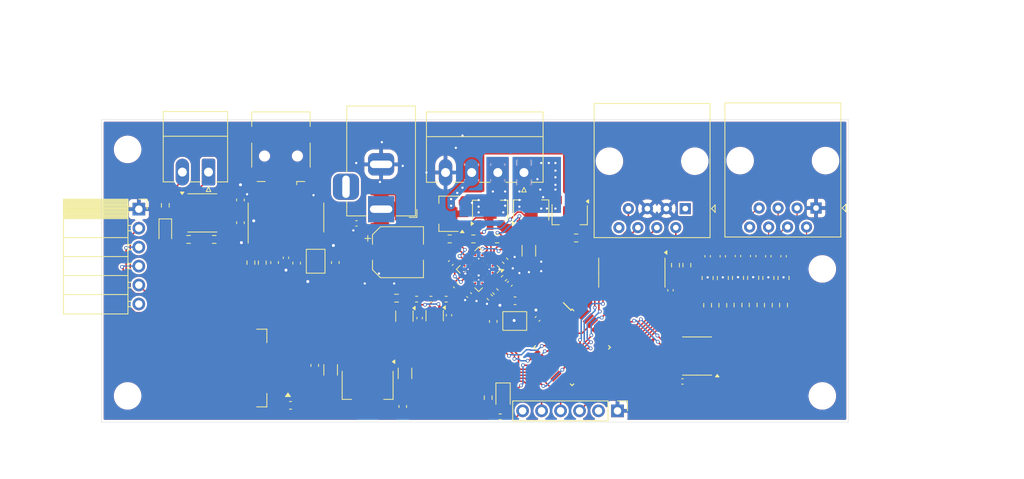
<source format=kicad_pcb>
(kicad_pcb (version 20240108) (generator "pcbnew") (generator_version "8.0")
  (layers (0 "F.Cu" signal) (31 "B.Cu" signal) (34 "B.Paste" user) (35 "F.Paste" user) (36 "B.SilkS" user "B.Silkscreen") (37 "F.SilkS" user "F.Silkscreen") (38 "B.Mask" user) (39 "F.Mask" user) (44 "Edge.Cuts" user))
  (net 0 "")
  (net 1 "GND")
  (net 2 "Net-(D201-A)")
  (net 3 "+5V")
  (net 5 "/CPU/X1")
  (net 6 "/CPU/X2")
  (net 7 "/CPU/clock")
  (net 8 "/CPU/LED")
  (net 9 "Net-(D1701-A)")
  (net 10 "Net-(D1701-K)")
  (net 11 "/CPU/Reset")
  (net 13 "/throttle/I-V-2/current")
  (net 14 "/throttle/I-V-3/current")
  (net 15 "/throttle/I-V-1/current")
  (net 16 "/throttle/I-V-4/current")
  (net 17 "/throttle/I-V-5/current")
  (net 18 "/throttle/I-V-6/current")
  (net 19 "+12V")
  (net 21 "/CPU/in_next")
  (net 22 "/CPU/P1")
  (net 23 "/CPU/P6")
  (net 24 "/CPU/Tx")
  (net 25 "/CPU/latch")
  (net 26 "Net-(J1701-Pin_2)")
  (net 27 "/CPU/P5")
  (net 28 "/CPU/P2")
  (net 29 "/CPU/K")
  (net 36 "Net-(U701-RXD)")
  (net 37 "Net-(U701-TXD)")
  (net 38 "Net-(U701-~{DTR})")
  (net 39 "Net-(U701-V3)")
  (net 40 "Net-(U701-XO)")
  (net 41 "Net-(U701-XI)")
  (net 43 "Net-(J701-D-)")
  (net 44 "Net-(J701-D+)")
  (net 45 "/CPU/Rx")
  (net 46 "/CPU/PL")
  (net 47 "/CPU/P4")
  (net 48 "VCC")
  (net 49 "/CPU/P3")
  (net 50 "/CPU/J")
  (net 51 "/CPU/S88RESET")
  (net 52 "Net-(J301-Pad2)")
  (net 53 "Net-(J301-Pad6)")
  (net 54 "Net-(J301-Pad7)")
  (net 55 "Net-(J301-Pad4)")
  (net 58 "/CPU/out_next")
  (net 59 "Net-(R301-Pad1)")
  (net 60 "/DCC/DCC_A")
  (net 61 "/DCC/DCC_B")
  (net 62 "/DCC/G_left_H")
  (net 63 "/DCC/G_left_L")
  (net 64 "/DCC/G_right_H")
  (net 65 "/DCC/G_right_L")
  (net 66 "Net-(U1701-EN)")
  (net 67 "/CPU/DCC_TTL")
  (net 69 "Net-(U501-VCP)")
  (net 70 "Net-(U501-CP1)")
  (net 71 "Net-(U501-CP2)")
  (net 72 "Net-(U501-GL_A)")
  (net 73 "Net-(U501-GH_A)")
  (net 74 "Net-(U501-GL_B)")
  (net 75 "Net-(U501-GH_B)")
  (net 76 "Net-(U501-Iset)")
  (net 77 "/DCC/RETOUR")
  (net 78 "/CPU/CURRENT")
  (net 79 "/CPU/SCL")
  (net 80 "/CPU/SDA")
  (net 81 "/CPU/SHORT")
  (net 82 "Net-(U502--)")
  (net 83 "Net-(U501-RC)")
  (net 84 "Net-(U501-VREF)")
  (net 85 "Net-(U503--)")
  (net 86 "unconnected-(U501-OCLn-Pad16)")
  (net 87 "/DCC/AIOUT")
  (footprint "Capacitor_SMD:C_0603_1608Metric" (layer "F.Cu") (at 168.804 85.149 90)
    (property "Reference" "C704" (hide yes))
    (property "Value" "22pF")
  )
  (footprint "Capacitor_SMD:C_0402_1005Metric" (layer "F.Cu") (at 226.776 84.304 90)
    (property "Reference" "C604" (hide yes))
    (property "Value" "100nF")
  )
  (footprint "MountingHole:MountingHole_3.2mm_M3" (layer "F.Cu") (at 234 86)
    (property "Reference" "REF**" (hide yes))
    (property "Value" "MountingHole_3.2mm_M3")
  )
  (footprint "Resistor_SMD:R_0603_1608Metric" (layer "F.Cu") (at 201.0455 81.857)
    (property "Reference" "R504" (hide yes))
    (property "Value" "10R")
  )
  (footprint "Resistor_SMD:R_0402_1005Metric" (layer "F.Cu") (at 191.548117 84.906 -45)
    (property "Reference" "R505" (hide yes))
    (property "Value" "22k")
  )
  (footprint "custom_kicad_lib_sk:R_0603_smalltext" (layer "F.Cu") (at 152.589 82.056 180)
    (property "Reference" "R1701" (hide yes))
    (property "Value" "10k")
  )
  (footprint "Capacitor_SMD:C_0603_1608Metric" (layer "F.Cu") (at 156.104 76.767 90)
    (property "Reference" "C701" (hide yes))
    (property "Value" "10uF")
  )
  (footprint "Capacitor_SMD:C_0402_1005Metric" (layer "F.Cu") (at 224.744 84.284 90)
    (property "Reference" "C707" (hide yes))
    (property "Value" "100nF")
  )
  (footprint "Resistor_SMD:R_0402_1005Metric" (layer "F.Cu") (at 181.612 90.042999 180)
    (property "Reference" "R508" (hide yes))
    (property "Value" "10k")
  )
  (footprint "Capacitor_SMD:C_0603_1608Metric_Pad1.08x0.95mm_HandSolder" (layer "F.Cu") (at 166.054 98.9155 -90)
    (property "Reference" "C802" (hide yes))
    (property "Value" "100nF")
  )
  (footprint "custom_kicad_lib_sk:R_0603_smalltext" (layer "F.Cu") (at 224.744 90.8355 90)
    (property "Reference" "R703" (hide yes))
    (property "Value" "1k")
  )
  (footprint "Connector_PinHeader_2.54mm:PinHeader_1x06_P2.54mm_Vertical" (layer "F.Cu") (at 206.58 105 -90)
    (property "Reference" "J202" (hide yes))
    (property "Value" "ICSP")
  )
  (footprint "Capacitor_SMD:C_0402_1005Metric" (layer "F.Cu") (at 215.28 101.068)
    (property "Reference" "C1801" (hide yes))
    (property "Value" "100nF")
  )
  (footprint "Capacitor_SMD:C_0603_1608Metric" (layer "F.Cu") (at 189.949 93.03 -90)
    (property "Reference" "C203" (hide yes))
    (property "Value" "12pF")
  )
  (footprint "Connector_Phoenix_MC:PhoenixContact_MC_1,5_2-G-3.5_1x02_P3.50mm_Horizontal" (layer "F.Cu") (at 151.827 73.039 180)
    (property "Reference" "J1701" (hide yes))
    (property "Value" "Screw_Terminal_01x02")
  )
  (footprint "LED_SMD:LED_0805_2012Metric_Pad1.15x1.40mm_HandSolder" (layer "F.Cu") (at 191.262 103.124 -90)
    (property "Reference" "D201" (hide yes))
    (property "Value" "LED")
  )
  (footprint "Package_TO_SOT_SMD:SOT-353_SC-70-5" (layer "F.Cu") (at 178.054 92.329 -90)
    (property "Reference" "U503" (hide yes))
    (property "Value" "LMV321")
  )
  (footprint "Package_QFP:TQFP-32_7x7mm_P0.8mm" (layer "F.Cu") (at 200.5 96.5 -45)
    (property "Reference" "U202" (hide yes))
    (property "Value" "ATmega328-A")
  )
  (footprint "Capacitor_SMD:C_0402_1005Metric" (layer "F.Cu") (at 228.808 84.304 90)
    (property "Reference" "C1001" (hide yes))
    (property "Value" "100nF")
  )
  (footprint "Connector_RJ:RJ45_Amphenol_54602-x08_Horizontal" (layer "F.Cu") (at 215.66 77.929 180)
    (property "Reference" "J301" (hide yes))
    (property "Value" "RJ45")
  )
  (footprint "Capacitor_SMD:C_0603_1608Metric" (layer "F.Cu") (at 192.87 90.268)
    (property "Reference" "C201" (hide yes))
    (property "Value" "12pF")
  )
  (footprint "Capacitor_SMD:C_0603_1608Metric" (layer "F.Cu") (at 156.104 79.815 -90)
    (property "Reference" "C702" (hide yes))
    (property "Value" "100nF")
  )
  (footprint "custom_kicad_lib_sk:R_0805_handsolder-smalltext" (layer "F.Cu") (at 228.808 87.213 90)
    (property "Reference" "R1002" (hide yes))
    (property "Value" "250R")
  )
  (footprint "Capacitor_SMD:C_0402_1005Metric" (layer "F.Cu") (at 222.712 84.284 90)
    (property "Reference" "C1201" (hide yes))
    (property "Value" "100nF")
  )
  (footprint "custom_kicad_lib_sk:R_0603_smalltext" (layer "F.Cu") (at 228.808 90.8555 90)
    (property "Reference" "R1001" (hide yes))
    (property "Value" "1k")
  )
  (footprint "Capacitor_SMD:C_0402_1005Metric" (layer "F.Cu") (at 171.6315 79.905 180)
    (property "Reference" "C506" (hide yes))
    (property "Value" "100nF")
  )
  (footprint "Package_TO_SOT_SMD:SOT-89-3" (layer "F.Cu") (at 189.526 78.168 90)
    (property "Reference" "Q502" (hide yes))
    (property "Value" "TM10N06SI")
  )
  (footprint "MountingHole:MountingHole_3.2mm_M3" (layer "F.Cu") (at 141 103)
    (property "Reference" "REF**" (hide yes))
    (property "Value" "MountingHole_3.2mm_M3")
  )
  (footprint "Capacitor_SMD:C_1206_3216Metric_Pad1.33x1.80mm_HandSolder" (layer "F.Cu") (at 168.179 99.521 -90)
    (property "Reference" "C803" (hide yes))
    (property "Value" "100uF")
  )
  (footprint "Connector_PinSocket_2.54mm:PinSocket_1x06_P2.54mm_Horizontal" (layer "F.Cu") (at 142.5 78)
    (property "Reference" "J901" (hide yes))
    (property "Value" "Conn_01x06_Socket")
  )
  (footprint "custom_kicad_lib_sk:R_0603_smalltext" (layer "F.Cu") (at 226.776 90.8555 90)
    (property "Reference" "R601" (hide yes))
    (property "Value" "1k")
  )
  (footprint "Resistor_SMD:R_0402_1005Metric" (layer "F.Cu") (at 190.246 89.027 135)
    (property "Reference" "R509" (hide yes))
    (property "Value" "1k")
  )
  (footprint "Connector_Phoenix_MC:PhoenixContact_MC_1,5_4-G-3.5_1x04_P3.50mm_Horizontal" (layer "F.Cu") (at 194.0605 73.094 180)
    (property "Reference" "J501" (hide yes))
    (property "Value" "Screw_Terminal_01x04")
  )
  (footprint "Capacitor_SMD:C_0402_1005Metric" (layer "F.Cu") (at 162.2 84.514 90)
    (property "Reference" "C705" (hide yes))
    (property "Value" "100nF")
  )
  (footprint "Package_DFN_QFN:QFN-20-1EP_4x4mm_P0.5mm_EP2.5x2.5mm_ThermalVias" (layer "F.Cu") (at 187.992117 86.049 -135)
    (property "Reference" "U501" (hide yes))
    (property "Value" "A4955")
  )
  (footprint "Capacitor_SMD:C_0402_1005Metric" (layer "F.Cu") (at 218.648 84.308 90)
    (property "Reference" "C1401" (hide yes))
    (property "Value" "100nF")
  )
  (footprint "custom_kicad_lib_sk:R_0603_smalltext" (layer "F.Cu") (at 176.9995 89.916001)
    (property "Reference" "R511" (hide yes))
    (property "Value" "62k")
  )
  (footprint "Resistor_SMD:R_0603_1608Metric" (layer "F.Cu") (at 187.288 81.985 180)
    (property "Reference" "R501" (hide yes))
    (property "Value" "10R")
  )
  (footprint "Capacitor_SMD:C_0402_1005Metric" (layer "F.Cu") (at 180.086 92.583 -90)
    (property "Reference" "C505" (hide yes))
    (property "Value" "100nF")
  )
  (footprint "Capacitor_SMD:C_0402_1005Metric" (layer "F.Cu") (at 184.022999 92.202 -90)
    (property "Reference" "C503" (hide yes))
    (property "Value" "100nF")
  )
  (footprint "Package_TO_SOT_SMD:SOT-89-3" (layer "F.Cu") (at 195.026 78.118 90)
    (property "Reference" "Q504" (hide yes))
    (property "Value" "TM10N06SI")
  )
  (footprint "Resistor_SMD:R_0603_1608Metric" (layer "F.Cu") (at 184.113 81.985)
    (property "Reference" "R502" (hide yes))
    (property "Value" "10R")
  )
  (footprint "Capacitor_SMD:C_1206_3216Metric_Pad1.33x1.80mm_HandSolder" (layer "F.Cu") (at 178.132 99.9905 90)
    (property "Reference" "C603" (hide yes))
    (property "Value" "100uF")
  )
  (footprint "Capacitor_SMD:C_0603_1608Metric" (layer "F.Cu") (at 160.676 85.149 -90)
    (property "Reference" "C706" (hide yes))
    (property "Value" "100nF")
  )
  (footprint "custom_kicad_lib_sk:R_0603_smalltext" (layer "F.Cu") (at 214.342 85.5 90)
    (property "Reference" "R301" (hide yes))
    (property "Value" "100R")
  )
  (footprint "Capacitor_SMD:C_0402_1005Metric" (layer "F.Cu") (at 184.939 88.208 -45)
    (property "Reference" "C508" (hide yes))
    (property "Value" "100nF")
  )
  (footprint "Package_TO_SOT_SMD:TO-263-2" (layer "F.Cu") (at 154.814 99.267 180)
    (property "Reference" "U801" (hide yes))
    (property "Value" "L7812")
  )
  (footprint "Connector_BarrelJack:BarrelJack_Horizontal" (layer "F.Cu") (at 174.9335 78 -90)
    (property "Reference" "J601" (hide yes))
    (property "Value" "Jack-DC")
  )
  (footprint "Package_SO:SOIC-14_3.9x8.7mm_P1.27mm" (layer "F.Cu") (at 208.5 86.5 -90)
    (property "Reference" "U301" (hide yes))
    (property "Value" "74HC14")
  )
  (footprint "Package_SO:SOIC-8_3.9x4.9mm_P1.27mm" (layer "F.Cu") (at 151 78.5)
    (property "Reference" "U1701" (hide yes))
    (property "Value" "HCPL-0601")
  )
  (footprint "custom_kicad_lib_sk:R_0603_smalltext" (layer "F.Cu") (at 146.047 77.484 -90)
    (property "Reference" "R1703" (hide yes))
    (property "Value" "1k5")
  )
  (footprint "Capacitor_SMD:C_0402_1005Metric" (layer "F.Cu") (at 220.68 84.308 90)
    (property "Reference" "C1301" (hide yes))
    (property "Value" "100nF")
  )
  (footprint "Connector_RJ:RJ45_Amphenol_54602-x08_Horizontal" (layer "F.Cu") (at 233.16 77.85 180)
    (property "Reference" "J401" (hide yes))
    (property "Value" "RJ45")
  )
  (footprint "custom_kicad_lib_sk:R_0603_smalltext" (layer "F.Cu") (at 222.712 90.8355 90)
    (property "Reference" "R1201" (hide yes))
    (property "Value" "1k")
  )
  (footprint "Resistor_SMD:R_0603_1608Metric" (layer "F.Cu") (at 159.025 85.162 90)
    (property "Reference" "R702" (hide yes))
    (property "Value" "1k")
  )
  (footprint "custom_kicad_lib_sk:R_0805_handsolder-smalltext" (layer "F.Cu") (at 222.712 87.193 90)
    (property "Reference" "R1202" (hide yes))
    (property "Value" "250R")
  )
  (footprint "custom_kicad_lib_sk:R_0603_smalltext" (layer "F.Cu") (at 218.648 90.8595 90)
    (property "Reference" "R1401" (hide yes))
    (property "Value" "1k")
  )
  (footprint "Capacitor_SMD:C_0402_1005Metric" (layer "F.Cu") (at 186.717 89.5 -45)
    (property "Reference" "C502" (hide yes))
    (property "Value" "100nF")
  )
  (footprint "Package_TO_SOT_SMD:SOT-89-3" (layer "F.Cu") (at 184.026 78.618 180)
    (property "Reference" "Q501" (hide yes))
    (property "Value" "TM10N06SI")
  )
  (footprint "Capacitor_SMD:C_0402_1005Metric" (layer "F.Cu") (at 213.678001 88.8595 90)
    (property "Reference" "C301" (hide yes))
    (property "Value" "100nF")
  )
  (footprint "Resistor_SMD:R_0402_1005Metric" (layer "F.Cu") (at 179.688001 90.043001)
    (property "Reference" "R512" (hide yes))
    (property "Value" "10k")
  )
  (footprint "Resistor_SMD:R_0402_1005Metric" (layer "F.Cu") (at 191.389 87.249 45)
    (property "Reference" "R510" (hide yes))
    (property "Value" "22k")
  )
  (footprint "custom_kicad_lib_sk:R_0603_smalltext" (layer "F.Cu") (at 220.68 90.8595 90)
    (property "Reference" "R1301" (hide yes))
    (property "Value" "1k")
  )
  (footprint "Resistor_SMD:R_1206_3216Metric" (layer "F.Cu") (at 194.718 83.5705 -90)
    (property "Reference" "R506" (hide yes))
    (property "Value" "10m")
  )
  (footprint "Package_SO:SOIC-8_3.9x4.9mm_P1.27mm" (layer "F.Cu") (at 217.235 97.663 180)
    (property "Reference" "U1801" (hide yes))
    (property "Value" "24LC256")
  )
  (footprint "Capacitor_SMD:C_0603_1608Metric" (layer "F.Cu") (at 163.631 85.226 -90)
    (property "Reference" "C703" (hide yes))
    (property "Value" "22pF")
  )
  (footprint "custom_kicad_lib_sk:R_0603_smalltext" (layer "F.Cu") (at 215.866 85.5 90)
    (property "Reference" "R302" (hide yes))
    (property "Value" "4k7")
  )
  (footprint "Capacitor_SMD:C_0402_1005Metric" (layer "F.Cu") (at 184.267528 85.201589 -135)
    (property "Reference" "C501" (hide yes))
    (property "Value" "100nF")
  )
  (footprint "Package_TO_SOT_SMD:SOT-353_SC-70-5" (layer "F.Cu") (at 182.103 92.263 -90)
    (property "Reference" "U502" (hide yes))
    (property "Value" "LMV321")
  )
  (footprint "Connector_USB:USB_Mini-B_Lumberg_2486_01_Horizontal" (layer "F.Cu") (at 161.527 70.889 180)
    (property "Reference" "J701" (hide yes))
    (property "Value" "USB_B_Mini")
  )
  (footprint "Capacitor_SMD:C_0603_1608Metric_Pad1.08x0.95mm_HandSolder" (layer "F.Cu") (at 162.814 104.267)
    (property "Reference" "C801" (hide yes))
    (property "Value" "330nF")
  )
  (footprint "custom_kicad_lib_sk:R_0805_handsolder-smalltext" (layer "F.Cu") (at 224.744 87.193 90)
    (property "Reference" "R704" (hide yes))
    (property "Value" "250R")
  )
  (footprint "Capacitor_SMD:CP_Elec_6.3x7.7" (layer "F.Cu") (at 177.192 83.763)
    (property "Reference" "C507" (hide yes))
    (property "Value" "100uF")
  )
  (footprint "Resistor_SMD:R_0402_1005Metric" (layer "F.Cu") (at 183.644 90.042999 180)
    (property "Reference" "R507" (hide yes))
    (property "Value" "150k")
  )
  (footprint "Resistor_SMD:R_0603_1608Metric_Pad0.98x0.95mm_HandSolder" (layer "F.Cu") (at 189.271 103.2345 -90)
    (property "Reference" "R201" (hide yes))
    (property "Value" "6k2")
  )
  (footprint "Package_TO_SOT_SMD:SOT-223-3_TabPin2" (layer "F.Cu") (at 173.132 101.553 -90)
    (property "Reference" "U802" (hide yes))
    (property "Value" "AMS1117-5.0")
  )
  (footprint "Resistor_SMD:R_0603_1608Metric" (layer "F.Cu") (at 190.463 81.985)
    (property "Reference" "R503" (hide yes))
    (property "Value" "10R")
  )
  (footprint "MountingHole:MountingHole_3.2mm_M3" (layer "F.Cu") (at 141 70)
    (property "Reference" "REF**" (hide yes))
    (property "Value" "MountingHole_3.2mm_M3")
  )
  (footprint "custom_kicad_lib_sk:crystal_arduino" (layer "F.Cu") (at 192.777 93.189 180)
    (property "Reference" "Y201" (hide yes))
    (property "Value" "Crystal_GND2")
  )
  (footprint "custom_kicad_lib_sk:R_0603_smalltext" (layer "F.Cu") (at 149.16 82.056)
    (property "Reference" "R1702" (hide yes))
    (property "Value" "10k")
  )
  (footprint "custom_kicad_lib_sk:crystal_arduino" (layer "F.Cu") (at 166.391 85.022 -90)
    (property "Reference" "Y701" (hide yes))
    (property "Value" "Crystal")
  )
  (footprint "Capacitor_SMD:C_0603_1608Metric_Pad1.08x0.95mm_HandSolder" (layer "F.Cu") (at 177.831 104.4155 -90)
    (property "Reference" "C602" (hide yes))
    (property "Value" "100nF")
  )
  (footprint "custom_kicad_lib_sk:R_0805_handsolder-smalltext" (layer "F.Cu") (at 218.648 87.217 90)
    (property "Reference" "R1402" (hide yes))
    (property "Value" "250R")
  )
  (footprint "MountingHole:MountingHole_3.2mm_M3" (layer "F.Cu") (at 234 103)
    (property "Reference" "REF**" (hide yes))
    (property "Value" "MountingHole_3.2mm_M3")
  )
  (footprint "Resistor_SMD:R_0603_1608Metric" (layer "F.Cu") (at 157.501 85.162 -90)
    (property "Reference" "R701" (hide yes))
    (property "Value" "1k")
  )
  (footprint "Resistor_SMD:R_0402_1005Metric" (layer "F.Cu") (at 189.484 89.789 -45)
    (property "Reference" "R513" (hide yes))
    (property "Value" "1k")
  )
  (footprint "Diode_SMD:D_SOD-323" (layer "F.Cu") (at 146.047 80.913 -90)
    (property "Reference" "D1701" (hide yes))
    (property "Value" "1N4148WS")
  )
  (footprint "Capacitor_SMD:C_0402_1005Metric" (layer "F.Cu") (at 195.876411 92.690589 45)
    (property "Reference" "C202" (hide yes))
    (property "Value" "100nF")
  )
  (footprint "Package_SO:SOIC-16_3.9x9.9mm_P1.27mm" (layer "F.Cu") (at 162.2 79.115 90)
    (property "Reference" "U701" (hide yes))
    (property "Value" "CH340G")
  )
  (footprint "Package_TO_SOT_SMD:SOT-89-3" (layer "F.Cu") (at 200.1805 78.728 -90)
    (property "Reference" "Q503" (hide yes))
    (property "Value" "TM10N06SI")
  )
  (footprint "custom_kicad_lib_sk:R_0805_handsolder-smalltext" (layer "F.Cu") (at 226.776 87.213 90)
    (property "Reference" "R602" (hide yes))
    (property "Value" "250R")
  )
  (footprint "Capacitor_SMD:C_0402_1005Metric" (layer "F.Cu") (at 192.171376 87.990624 45)
    (property "Reference" "C504" (hide yes))
    (property "Value" "1nF")
  )
  (footprint "Resistor_SMD:R_0402_1005Metric_Pad0.72x0.64mm_HandSolder" (layer "F.Cu") (at 190.881 105.791)
    (property "Reference" "R202" (hide yes))
    (property "Value" "10k")
  )
  (footprint "custom_kicad_lib_sk:R_0805_handsolder-smalltext" (layer "F.Cu") (at 220.68 87.217 90)
    (property "Reference" "R1302" (hide yes))
    (property "Value" "250R")
  )
  (gr_rect (start 137.5 66) (end 237.5 106.5) (stroke (width 0.05)) (fill none) (layer "Edge.Cuts"))
  (segment (start 165.221 86.072) (end 163.278 86.072) (width 0.25) (layer "F.Cu") (net 1))
  (segment (start 192.611 92.903) (end 191.727 92.019) (width 0.25) (layer "F.Cu") (net 1))
  (segment (start 189.949 92.255) (end 191.491 92.255) (width 0.25) (layer "F.Cu") (net 1))
  (segment (start 192.095 91.651) (end 191.727 92.019) (width 0.25) (layer "F.Cu") (net 1))
  (segment (start 224.744 86.193) (end 224.744 87.106) (width 0.14) (layer "F.Cu") (net 1))
  (segment (start 222.712 86.193) (end 222.712 87.106) (width 0.14) (layer "F.Cu") (net 1))
  (segment (start 228.808 86.213) (end 228.808 87.126) (width 0.14) (layer "F.Cu") (net 1))
  (segment (start 167.121 83.872) (end 168.302 83.872) (width 0.25) (layer "F.Cu") (net 1))
  (segment (start 163.278 86.072) (end 162.2 84.994) (width 0.25) (layer "F.Cu") (net 1))
  (segment (start 192.743 93.035) (end 192.743 92.903) (width 0.25) (layer "F.Cu") (net 1))
  (segment (start 168.302 83.872) (end 168.804 84.374) (width 0.25) (layer "F.Cu") (net 1))
  (segment (start 191.491 92.255) (end 191.727 92.019) (width 0.25) (layer "F.Cu") (net 1))
  (segment (start 218.648 86.217) (end 218.648 87.13) (width 0.14) (layer "F.Cu") (net 1))
  (segment (start 192.743 92.903) (end 192.611 92.903) (width 0.25) (layer "F.Cu") (net 1))
  (segment (start 193.627 93.919) (end 192.743 93.035) (width 0.25) (layer "F.Cu") (net 1))
  (segment (start 226.776 86.213) (end 226.776 87.126) (width 0.14) (layer "F.Cu") (net 1))
  (segment (start 193.927 93.919) (end 193.627 93.919) (width 0.25) (layer "F.Cu") (net 1))
  (segment (start 192.095 90.268) (end 192.095 91.651) (width 0.25) (layer "F.Cu") (net 1))
  (segment (start 220.68 86.217) (end 220.68 87.13) (width 0.14) (layer "F.Cu") (net 1))
  (via (at 226.776 87.126) (size 0.5) (drill 0.3) (layers "F.Cu" "B.Cu") (net 1))
  (via (at 185.828 68.142) (size 0.5) (drill 0.3) (layers "F.Cu" "B.Cu") (net 1))
  (via (at 171.223 80.842) (size 0.5) (drill 0.3) (layers "F.Cu" "B.Cu") (net 1))
  (via (at 194.718 86.43) (size 0.5) (drill 0.3) (layers "F.Cu" "B.Cu") (net 1))
  (via (at 218.648 87.13) (size 0.5) (drill 0.3) (layers "F.Cu" "B.Cu") (net 1))
  (via (at 222.712 87.106) (size 0.5) (drill 0.3) (layers "F.Cu" "B.Cu") (net 1))
  (via (at 157.882 79.561) (size 0.8) (drill 0.4) (layers "F.Cu" "B.Cu") (net 1))
  (via (at 174.779 74.365) (size 0.5) (drill 0.3) (layers "F.Cu" "B.Cu") (net 1))
  (via (at 165.883 76.129) (size 0.5) (drill 0.3) (layers "F.Cu" "B.Cu") (net 1))
  (via (at 168.55 82.863) (size 0.8) (drill 0.4) (layers "F.Cu" "B.Cu") (net 1))
  (via (at 196.369 85.033) (size 0.5) (drill 0.3) (layers "F.Cu" "B.Cu") (net 1))
  (via (at 171.604 71.825) (size 0.5) (drill 0.3) (layers "F.Cu" "B.Cu") (net 1))
  (via (at 189.103 90.678) (size 0.5) (drill 0.3) (layers "F.Cu" "B.Cu") (net 1))
  (via (at 156.104 74.735) (size 0.8) (drill 0.4) (layers "F.Cu" "B.Cu") (net 1))
  (via (at 190.781 86.049) (size 0.5) (drill 0.3) (layers "F.Cu" "B.Cu") (net 1))
  (via (at 224.744 87.106) (size 0.5) (drill 0.3) (layers "F.Cu" "B.Cu") (net 1))
  (via (at 186.209 86.621) (size 0.5) (drill 0.3) (layers "F.Cu" "B.Cu") (net 1))
  (via (at 196.369 86.303) (size 0.5) (drill 0.3) (layers "F.Cu" "B.Cu") (net 1))
  (via (at 228.808 87.126) (size 0.5) (drill 0.3) (layers "F.Cu" "B.Cu") (net 1))
  (via (at 190.838 90.871) (size 0.8) (drill 0.4) (layers "F.Cu" "B.Cu") (net 1))
  (via (at 165.121 87.689) (size 0.8) (drill 0.4) (layers "F.Cu" "B.Cu") (net 1))
  (via (at 156.231 82.482) (size 0.8) (drill 0.4) (layers "F.Cu" "B.Cu") (net 1))
  (via (at 177.827 72.206) (size 0.5) (drill 0.3) (layers "F.Cu" "B.Cu") (net 1))
  (via (at 192.559 85.922) (size 0.5) (drill 0.3) (layers "F.Cu" "B.Cu") (net 1))
  (via (at 187.706 90.297) (size 0.5) (drill 0.3) (layers "F.Cu" "B.Cu") (net 1))
  (via (at 176.684 87.954) (size 0.5) (drill 0.3) (layers "F.Cu" "B.Cu") (net 1))
  (via (at 156.993 76.002) (size 0.5) (drill 0.3) (layers "F.Cu" "B.Cu") (net 1))
  (via (at 174.652 86.621) (size 0.5) (drill 0.3) (layers "F.Cu" "B.Cu") (net 1))
  (via (at 192.813 84.398) (size 0.5) (drill 0.3) (layers "F.Cu" "B.Cu") (net 1))
  (via (at 193.448 86.557) (size 0.5) (drill 0.3) (layers "F.Cu" "B.Cu") (net 1))
  (via (at 175.033 69.031) (size 0.5) (drill 0.3) (layers "F.Cu" "B.Cu") (net 1))
  (via (at 187.987 86.875) (size 0.5) (drill 0.3) (layers "F.Cu" "B.Cu") (net 1))
  (via (at 184.939 69.793) (size 0.5) (drill 0.3) (layers "F.Cu" "B.Cu") (net 1))
  (via (at 220.68 87.13) (size 0.5) (drill 0.3) (layers "F.Cu" "B.Cu") (net 1))
  (via (at 172.747 87.954) (size 0.5) (drill 0.3) (layers "F.Cu" "B.Cu") (net 1))
  (via (at 195.664 91.506) (size 0.8) (drill 0.4) (layers "F.Cu" "B.Cu") (net 1))
  (via (at 186.182 90.17) (size 0.5) (drill 0.3) (layers "F.Cu" "B.Cu") (net 1))
  (via (at 181.002 73.095) (size 0.5) (drill 0.3) (layers "F.Cu" "B.Cu") (net 1))
  (via (at 162.2 86.165) (size 0.8) (drill 0.4) (layers "F.Cu" "B.Cu") (net 1))
  (via (at 192.743 92.903) (size 0.8) (drill 0.4) (layers "F.Cu" "B.Cu") (net 1))
  (segment (start 189.144 104.147) (end 191.133 104.147) (width 0.2) (layer "F.Cu") (net 2))
  (segment (start 157.488 77.542) (end 156.104 77.542) (width 0.25) (layer "F.Cu") (net 3))
  (segment (start 188.496 104.626222) (end 188.496 103.097) (width 0.2) (layer "F.Cu") (net 3))
  (segment (start 196.646268 94.139268) (end 195.537 93.03) (width 0.25) (layer "F.Cu") (net 3))
  (segment (start 177.831 103.553) (end 177.831 101.854) (width 0.3) (layer "F.Cu") (net 3))
  (segment (start 156.104 79.04) (end 156.104 77.542) (width 0.25) (layer "F.Cu") (net 3))
  (segment (start 173.132 104.703) (end 173.132 98.403) (width 0.2) (layer "F.Cu") (net 3))
  (segment (start 190.606624 89.387624) (end 190.606624 90.1513) (width 0.14) (layer "F.Cu") (net 3))
  (segment (start 178.92 93.063) (end 178.704 93.279) (width 0.2) (layer "F.Cu") (net 3))
  (segment (start 173.132 104.703) (end 176.681 104.703) (width 0.3) (layer "F.Cu") (net 3))
  (segment (start 157.755 76.64) (end 157.755 77.275) (width 0.25) (layer "F.Cu") (net 3))
  (segment (start 180.561 92.588) (end 182.128 92.588) (width 0.2) (layer "F.Cu") (net 3))
  (segment (start 182.753 93.213) (end 183.284001 92.682) (width 0.14) (layer "F.Cu") (net 3))
  (segment (start 189.660778 105.791) (end 188.496 104.626222) (width 0.2) (layer "F.Cu") (net 3))
  (segment (start 196.646268 94.343324) (end 196.646268 94.139268) (width 0.25) (layer "F.Cu") (net 3))
  (segment (start 176.681 104.703) (end 177.831 103.553) (width 0.3) (layer "F.Cu") (net 3))
  (segment (start 188.496 103.097) (end 189.271 102.322) (width 0.2) (layer "F.Cu") (net 3))
  (segment (start 177.831 101.854) (end 178.132 101.553) (width 0.3) (layer "F.Cu") (net 3))
  (segment (start 180.086 93.063) (end 178.92 93.063) (width 0.2) (layer "F.Cu") (net 3))
  (segment (start 180.086 93.063) (end 180.561 92.588) (width 0.2) (layer "F.Cu") (net 3))
  (segment (start 157.755 77.275) (end 157.488 77.542) (width 0.25) (layer "F.Cu") (net 3))
  (segment (start 190.606624 90.1513) (end 189.063924 91.694) (width 0.14) (layer "F.Cu") (net 3))
  (segment (start 190.2835 105.791) (end 189.660778 105.791) (width 0.2) (layer "F.Cu") (net 3))
  (segment (start 183.284001 92.682) (end 184.022999 92.682) (width 0.14) (layer "F.Cu") (net 3))
  (segment (start 182.128 92.588) (end 182.753 93.213) (width 0.2) (layer "F.Cu") (net 3))
  (segment (start 195.365603 93.714203) (end 193.927 92.2756) (width 0.25) (layer "F.Cu") (net 5))
  (segment (start 195.365603 94.19403) (end 195.365603 93.714203) (width 0.25) (layer "F.Cu") (net 5))
  (segment (start 193.645 91.737) (end 193.927 92.019) (width 0.25) (layer "F.Cu") (net 5))
  (segment (start 193.927 92.2756) (end 193.927 92.019) (width 0.25) (layer "F.Cu") (net 5))
  (segment (start 193.645 90.268) (end 193.645 91.737) (width 0.25) (layer "F.Cu") (net 5))
  (segment (start 196.080583 94.90901) (end 195.365603 94.19403) (width 0.25) (layer "F.Cu") (net 5))
  (segment (start 193.409695 95.474695) (end 191.854 93.919) (width 0.25) (layer "F.Cu") (net 6))
  (segment (start 189.949 93.805) (end 191.613 93.805) (width 0.25) (layer "F.Cu") (net 6))
  (segment (start 194.743305 95.951) (end 194.267 95.474695) (width 0.25) (layer "F.Cu") (net 6))
  (segment (start 195.514897 95.474695) (end 195.038592 95.951) (width 0.25) (layer "F.Cu") (net 6))
  (segment (start 194.267 95.474695) (end 193.409695 95.474695) (width 0.25) (layer "F.Cu") (net 6))
  (segment (start 191.613 93.805) (end 191.727 93.919) (width 0.25) (layer "F.Cu") (net 6))
  (segment (start 195.038592 95.951) (end 194.743305 95.951) (width 0.25) (layer "F.Cu") (net 6))
  (segment (start 199.888713 98.180287) (end 199.888713 99.939713) (width 0.2) (layer "F.Cu") (net 7))
  (segment (start 197.602713 101.844713) (end 197.983713 101.844713) (width 0.2) (layer "F.Cu") (net 7))
  (segment (start 203.073 94.869) (end 203.073 94.996) (width 0.2) (layer "F.Cu") (net 7))
  (segment (start 197.856713 101.971713) (end 197.983713 101.844713) (width 0.2) (layer "F.Cu") (net 7))
  (segment (start 196.42 103.408427) (end 197.539213 102.289213) (width 0.2) (layer "F.Cu") (net 7))
  (segment (start 197.729713 102.098713) (end 197.856713 101.971713) (width 0.2) (layer "F.Cu") (net 7))
  (segment (start 187.932258 96.385265) (end 192.187993 100.641) (width 0.2) (layer "F.Cu") (net 7))
  (segment (start 212.31 84.999999) (end 211.297499 86.0125) (width 0.2) (layer "F.Cu") (net 7))
  (segment (start 203.073 94.996) (end 199.888713 98.180287) (width 0.2) (layer "F.Cu") (net 7))
  (segment (start 194.183 100.641) (end 194.545 101.003) (width 0.2) (layer "F.Cu") (net 7))
  (segment (start 211.297499 86.0125) (end 207.306948 86.0125) (width 0.2) (layer "F.Cu") (net 7))
  (segment (start 207.306948 86.0125) (end 205.359 87.960448) (width 0.2) (layer "F.Cu") (net 7))
  (segment (start 197.539213 102.289213) (end 197.729713 102.098713) (width 0.2) (layer "F.Cu") (net 7))
  (segment (start 140.8 83.185) (end 140.8 90.626346) (width 0.2) (layer "F.Cu") (net 7))
  (segment (start 196.761 101.003) (end 197.602713 101.844713) (width 0.2) (layer "F.Cu") (net 7))
  (segment (start 197.983713 101.844713) (end 198.90901 100.919417) (width 0.2) (layer "F.Cu") (net 7))
  (segment (start 197.602713 101.971713) (end 197.602713 101.844713) (width 0.2) (layer "F.Cu") (net 7))
  (segment (start 140.8 90.626346) (end 142.023654 91.85) (width 0.2) (layer "F.Cu") (net 7))
  (segment (start 197.602713 101.844713) (end 197.602713 102.225713) (width 0.2) (layer "F.Cu") (net 7))
  (segment (start 177.919752 96.385265) (end 187.932258 96.385265) (width 0.2) (layer "F.Cu") (net 7))
  (segment (start 197.729713 102.098713) (end 197.602713 101.971713) (width 0.2) (layer "F.Cu") (net 7))
  (segment (start 196.42 105) (end 196.42 103.408427) (width 0.2) (layer "F.Cu") (net 7))
  (segment (start 194.545 101.003) (end 196.761 101.003) (width 0.2) (layer "F.Cu") (net 7))
  (segment (start 146.685 90.335) (end 171.869487 90.335) (width 0.2) (layer "F.Cu") (net 7))
  (segment (start 197.602713 102.225713) (end 197.539213 102.289213) (width 0.2) (layer "F.Cu") (net 7))
  (segment (start 192.187993 100.641) (end 194.183 100.641) (width 0.2) (layer "F.Cu") (net 7))
  (segment (start 142.023654 91.85) (end 145.17 91.85) (width 0.2) (layer "F.Cu") (net 7))
  (segment (start 199.888713 99.939713) (end 198.90901 100.919417) (width 0.2) (layer "F.Cu") (net 7))
  (segment (start 212.31 84.025) (end 212.31 84.999999) (width 0.2) (layer "F.Cu") (net 7))
  (segment (start 197.729713 101.971713) (end 197.856713 101.971713) (width 0.2) (layer "F.Cu") (net 7))
  (segment (start 205.359 87.960448) (end 205.359 91.626827) (width 0.2) (layer "F.Cu") (net 7))
  (segment (start 171.869487 90.335) (end 177.919752 96.385265) (width 0.2) (layer "F.Cu") (net 7))
  (segment (start 205.359 91.626827) (end 204.466442 92.519385) (width 0.2) (layer "F.Cu") (net 7))
  (segment (start 145.17 91.85) (end 146.685 90.335) (width 0.2) (layer "F.Cu") (net 7))
  (segment (start 197.602713 101.844713) (end 197.729713 101.971713) (width 0.2) (layer "F.Cu") (net 7))
  (via (at 140.8 83.185) (size 0.5) (drill 0.3) (layers "F.Cu" "B.Cu") (net 7))
  (via (at 204.466442 92.519385) (size 0.5) (drill 0.3) (layers "F.Cu" "B.Cu") (net 7))
  (via (at 203.073 94.869) (size 0.5) (drill 0.3) (layers "F.Cu" "B.Cu") (net 7))
  (segment (start 203.956301 92.519385) (end 203.073 93.402686) (width 0.2) (layer "B.Cu") (net 7))
  (segment (start 203.073 93.402686) (end 203.073 94.869) (width 0.2) (layer "B.Cu") (net 7))
  (segment (start 204.466442 92.519385) (end 203.956301 92.519385) (width 0.2) (layer "B.Cu") (net 7))
  (segment (start 142.5 83.08) (end 140.905 83.08) (width 0.2) (layer "B.Cu") (net 7))
  (segment (start 140.905 83.08) (end 140.8 83.185) (width 0.2) (layer "B.Cu") (net 7))
  (segment (start 195.280573 98.891) (end 193.929 98.891) (width 0.2) (layer "F.Cu") (net 8))
  (segment (start 193.675 101.591) (end 193.167 102.099) (width 0.2) (layer "F.Cu") (net 8))
  (segment (start 193.167 102.099) (end 191.262 102.099) (width 0.2) (layer "F.Cu") (net 8))
  (segment (start 196.080583 98.09099) (end 195.280573 98.891) (width 0.2) (layer "F.Cu") (net 8))
  (via (at 193.675 101.591) (size 0.5) (drill 0.3) (layers "F.Cu" "B.Cu") (net 8))
  (via (at 193.929 98.891) (size 0.5) (drill 0.3) (layers "F.Cu" "B.Cu") (net 8))
  (segment (start 193.929 101.337) (end 193.675 101.591) (width 0.2) (layer "B.Cu") (net 8))
  (segment (start 193.929 98.891) (end 193.929 101.337) (width 0.2) (layer "B.Cu") (net 8))
  (segment (start 146.047 81.963) (end 146.047 81.021224) (width 0.2) (layer "F.Cu") (net 9))
  (segment (start 150.368 75.438) (end 150.368 78.567) (width 0.2) (layer "F.Cu") (net 9))
  (segment (start 151.827 73.039) (end 151.827 73.979) (width 0.2) (layer "F.Cu") (net 9))
  (segment (start 150.218 78.717) (end 149.799999 79.135) (width 0.2) (layer "F.Cu") (net 9))
  (segment (start 146.047 81.021224) (end 147.933224 79.135) (width 0.2) (layer "F.Cu") (net 9))
  (segment (start 147.933224 79.135) (end 148.525 79.135) (width 0.2) (layer "F.Cu") (net 9))
  (segment (start 151.827 73.979) (end 150.368 75.438) (width 0.2) (layer "F.Cu") (net 9))
  (segment (start 150.368 78.567) (end 150.218 78.717) (width 0.2) (layer "F.Cu") (net 9))
  (segment (start 149.799999 79.135) (end 148.525 79.135) (width 0.2) (layer "F.Cu") (net 9))
  (segment (start 148.525 77.865) (end 146.5785 77.865) (width 0.2) (layer "F.Cu") (net 10))
  (segment (start 146.047 79.863) (end 146.047 78.3965) (width 0.2) (layer "F.Cu") (net 10))
  (segment (start 146.5785 77.865) (end 146.047 78.3965) (width 0.2) (layer "F.Cu") (net 10))
  (segment (start 201.819314 94.615) (end 203.222361 93.211953) (width 0.2) (layer "F.Cu") (net 11))
  (segment (start 197.192262 97.028) (end 199.605262 94.615) (width 0.2) (layer "F.Cu") (net 11))
  (segment (start 191.4785 105.791) (end 193.089 105.791) (width 0.2) (layer "F.Cu") (net 11))
  (segment (start 199.605262 94.615) (end 201.819314 94.615) (width 0.2) (layer "F.Cu") (net 11))
  (segment (start 196.85 97.028) (end 197.192262 97.028) (width 0.2) (layer "F.Cu") (net 11))
  (segment (start 193.089 105.791) (end 193.88 105) (width 0.2) (layer "F.Cu") (net 11))
  (via (at 196.85 97.028) (size 0.5) (drill 0.3) (layers "F.Cu" "B.Cu") (net 11))
  (segment (start 196.596 97.282) (end 196.85 97.028) (width 0.2) (layer "B.Cu") (net 11))
  (segment (start 226.173 84.784) (end 225.806 85.151) (width 0.14) (layer "F.Cu") (net 13))
  (segment (start 230.62 80.94) (end 230.62 77.85) (width 0.14) (layer "F.Cu") (net 13))
  (segment (start 225.806 87.275) (end 226.744 88.213) (width 0.14) (layer "F.Cu") (net 13))
  (segment (start 226.776 84.784) (end 230.62 80.94) (width 0.14) (layer "F.Cu") (net 13))
  (segment (start 226.744 88.213) (end 226.776 88.213) (width 0.14) (layer "F.Cu") (net 13))
  (segment (start 225.806 85.151) (end 225.806 87.275) (width 0.14) (layer "F.Cu") (net 13))
  (segment (start 226.776 84.784) (end 226.173 84.784) (width 0.14) (layer "F.Cu") (net 13))
  (segment (start 226.776 89.943) (end 226.776 88.213) (width 0.2) (layer "F.Cu") (net 13))
  (segment (start 224.744 89.923) (end 224.744 88.193) (width 0.2) (layer "F.Cu") (net 14))
  (segment (start 223.774 87.249) (end 224.718 88.193) (width 0.14) (layer "F.Cu") (net 14))
  (segment (start 224.744 84.764) (end 224.288 84.764) (width 0.14) (layer "F.Cu") (net 14))
  (segment (start 229.118 80.39) (end 229.35 80.39) (width 0.14) (layer "F.Cu") (net 14))
  (segment (start 224.288 84.764) (end 223.774 85.278) (width 0.14) (layer "F.Cu") (net 14))
  (segment (start 223.774 85.278) (end 223.774 87.249) (width 0.14) (layer "F.Cu") (net 14))
  (segment (start 224.744 84.764) (end 229.118 80.39) (width 0.14) (layer "F.Cu") (net 14))
  (segment (start 224.718 88.193) (end 224.744 88.193) (width 0.14) (layer "F.Cu") (net 14))
  (segment (start 231.89 81.702) (end 231.89 80.39) (width 0.14) (layer "F.Cu") (net 15))
  (segment (start 227.838 85.151) (end 227.838 87.402) (width 0.14) (layer "F.Cu") (net 15))
  (segment (start 228.808 84.784) (end 228.205 84.784) (width 0.14) (layer "F.Cu") (net 15))
  (segment (start 227.838 87.402) (end 228.649 88.213) (width 0.14) (layer "F.Cu") (net 15))
  (segment (start 228.649 88.213) (end 228.808 88.213) (width 0.14) (layer "F.Cu") (net 15))
  (segment (start 228.808 84.784) (end 231.89 81.702) (width 0.14) (layer "F.Cu") (net 15))
  (segment (start 228.205 84.784) (end 227.838 85.151) (width 0.14) (layer "F.Cu") (net 15))
  (segment (start 228.808 89.943) (end 228.808 88.213) (width 0.2) (layer "F.Cu") (net 15))
  (segment (start 226.223168 82.804) (end 228.08 80.947168) (width 0.14) (layer "F.Cu") (net 16))
  (segment (start 221.742 85.151) (end 221.742 87.3125) (width 0.14) (layer "F.Cu") (net 16))
  (segment (start 222.6225 88.193) (end 222.712 88.193) (width 0.14) (layer "F.Cu") (net 16))
  (segment (start 224.672 82.804) (end 226.223168 82.804) (width 0.14) (layer "F.Cu") (net 16))
  (segment (start 222.129 84.764) (end 221.742 85.151) (width 0.14) (layer "F.Cu") (net 16))
  (segment (start 222.712 84.764) (end 222.129 84.764) (width 0.14) (layer "F.Cu") (net 16))
  (segment (start 222.712 84.764) (end 224.672 82.804) (width 0.14) (layer "F.Cu") (net 16))
  (segment (start 222.712 89.923) (end 222.712 88.193) (width 0.2) (layer "F.Cu") (net 16))
  (segment (start 228.08 80.947168) (end 228.08 77.85) (width 0.14) (layer "F.Cu") (net 16))
  (segment (start 221.742 87.3125) (end 222.6225 88.193) (width 0.14) (layer "F.Cu") (net 16))
  (segment (start 226.082336 82.464) (end 226.81 81.736336) (width 0.14) (layer "F.Cu") (net 17))
  (segment (start 220.2 84.788) (end 219.71 85.278) (width 0.14) (layer "F.Cu") (net 17))
  (segment (start 220.68 84.788) (end 220.2 84.788) (width 0.14) (layer "F.Cu") (net 17))
  (segment (start 220.652 88.217) (end 220.68 88.217) (width 0.14) (layer "F.Cu") (net 17))
  (segment (start 220.68 84.788) (end 223.004 82.464) (width 0.14) (layer "F.Cu") (net 17))
  (segment (start 226.81 81.736336) (end 226.81 80.39) (width 0.14) (layer "F.Cu") (net 17))
  (segment (start 219.71 85.278) (end 219.71 87.275) (width 0.14) (layer "F.Cu") (net 17))
  (segment (start 219.71 87.275) (end 220.652 88.217) (width 0.14) (layer "F.Cu") (net 17))
  (segment (start 220.68 89.947) (end 220.68 88.217) (width 0.2) (layer "F.Cu") (net 17))
  (segment (start 223.004 82.464) (end 226.082336 82.464) (width 0.14) (layer "F.Cu") (net 17))
  (segment (start 218.648 84.788) (end 218.168 84.788) (width 0.14) (layer "F.Cu") (net 18))
  (segment (start 222.885 82.124) (end 222.885 80.332502) (width 0.14) (layer "F.Cu") (net 18))
  (segment (start 218.648 84.788) (end 220.298 83.138) (width 0.14) (layer "F.Cu") (net 18))
  (segment (start 222.863168 82.124) (end 222.885 82.124) (width 0.14) (layer "F.Cu") (net 18))
  (segment (start 217.678 85.278) (end 217.678 87.3245) (width 0.14) (layer "F.Cu") (net 18))
  (segment (start 218.5705 88.217) (end 218.648 88.217) (width 0.14) (layer "F.Cu") (net 18))
  (segment (start 221.849168 83.138) (end 222.863168 82.124) (width 0.14) (layer "F.Cu") (net 18))
  (segment (start 217.678 87.3245) (end 218.5705 88.217) (width 0.14) (layer "F.Cu") (net 18))
  (segment (start 225.367502 77.85) (end 225.54 77.85) (width 0.14) (layer "F.Cu") (net 18))
  (segment (start 220.298 83.138) (end 221.849168 83.138) (width 0.14) (layer "F.Cu") (net 18))
  (segment (start 218.168 84.788) (end 217.678 85.278) (width 0.14) (layer "F.Cu") (net 18))
  (segment (start 222.885 80.332502) (end 225.367502 77.85) (width 0.14) (layer "F.Cu") (net 18))
  (segment (start 166.054 97.093) (end 165.688 96.727) (width 0.3) (layer "F.Cu") (net 19))
  (segment (start 165.688 96.727) (end 162.464 96.727) (width 0.3) (layer "F.Cu") (net 19))
  (segment (start 170.482 98.053) (end 170.832 98.403) (width 0.3) (layer "F.Cu") (net 19))
  (segment (start 166.054 98.053) (end 166.054 97.093) (width 0.3) (layer "F.Cu") (net 19))
  (segment (start 166.054 98.053) (end 170.482 98.053) (width 0.3) (layer "F.Cu") (net 19))
  (segment (start 145.335686 92.25) (end 146.850686 90.735) (width 0.2) (layer "F.Cu") (net 21))
  (segment (start 141.857968 92.25) (end 145.335686 92.25) (width 0.2) (layer "F.Cu") (net 21))
  (segment (start 140.25 85.725) (end 140.4 85.875) (width 0.2) (layer "F.Cu") (net 21))
  (segment (start 201.573 95.930314) (end 201.573 95.504) (width 0.2) (layer "F.Cu") (net 21))
  (segment (start 196.383182 101.403) (end 196.651591 101.671409) (width 0.2) (layer "F.Cu") (net 21))
  (segment (start 192.022307 101.041) (end 194.017314 101.041) (width 0.2) (layer "F.Cu") (net 21))
  (segment (start 194.379314 101.403) (end 196.383182 101.403) (width 0.2) (layer "F.Cu") (net 21))
  (segment (start 199.196028 99.501028) (end 199.488713 99.208343) (width 0.2) (layer "F.Cu") (net 21))
  (segment (start 146.850686 90.735) (end 171.703801 90.735) (width 0.2) (layer "F.Cu") (net 21))
  (segment (start 204.64 89.025) (end 204.69 88.975) (width 0.2) (layer "F.Cu") (net 21))
  (segment (start 204.64 90.678) (end 204.64 89.025) (width 0.2) (layer "F.Cu") (net 21))
  (segment (start 199.488713 99.208343) (end 199.488713 98.014601) (width 0.2) (layer "F.Cu") (net 21))
  (segment (start 194.017314 101.041) (end 194.379314 101.403) (width 0.2) (layer "F.Cu") (net 21))
  (segment (start 171.703801 90.735) (end 177.754066 96.785265) (width 0.2) (layer "F.Cu") (net 21))
  (segment (start 199.488713 98.014601) (end 201.573 95.930314) (width 0.2) (layer "F.Cu") (net 21))
  (segment (start 140.4 90.792032) (end 141.857968 92.25) (width 0.2) (layer "F.Cu") (net 21))
  (segment (start 177.754066 96.785265) (end 187.766572 96.785265) (width 0.2) (layer "F.Cu") (net 21))
  (segment (start 187.766572 96.785265) (end 192.022307 101.041) (width 0.2) (layer "F.Cu") (net 21))
  (segment (start 198.343324 100.353732) (end 199.196028 99.501028) (width 0.2) (layer "F.Cu") (net 21))
  (segment (start 140.4 85.875) (end 140.4 90.792032) (width 0.2) (layer "F.Cu") (net 21))
  (via (at 140.25 85.725) (size 0.5) (drill 0.3) (layers "F.Cu" "B.Cu") (net 21))
  (via (at 199.196028 99.501028) (size 0.5) (drill 0.3) (layers "F.Cu" "B.Cu") (net 21))
  (via (at 196.651591 101.671409) (size 0.5) (drill 0.3) (layers "F.Cu" "B.Cu") (net 21))
  (via (at 201.573 95.504) (size 0.5) (drill 0.3) (layers "F.Cu" "B.Cu") (net 21))
  (via (at 204.64 90.678) (size 0.5) (drill 0.3) (layers "F.Cu" "B.Cu") (net 21))
  (segment (start 196.651591 101.671409) (end 197.025647 101.671409) (width 0.2) (layer "B.Cu") (net 21))
  (segment (start 204.598 90.636) (end 204.64 90.678) (width 0.2) (layer "B.Cu") (net 21))
  (segment (start 201.745314 92.837) (end 202.946 91.636314) (width 0.2) (layer "B.Cu") (net 21))
  (segment (start 201.573 95.504) (end 201.723 95.354) (width 0.2) (layer "B.Cu") (net 21))
  (segment (start 201.723 92.837) (end 201.745314 92.837) (width 0.2) (layer "B.Cu") (net 21))
  (segment (start 140.355 85.62) (end 140.25 85.725) (width 0.2) (layer "B.Cu") (net 21))
  (segment (start 201.723 95.354) (end 201.723 92.837) (width 0.2) (layer "B.Cu") (net 21))
  (segment (start 142.5 85.62) (end 140.355 85.62) (width 0.2) (layer "B.Cu") (net 21))
  (segment (start 202.946 90.932) (end 203.242 90.636) (width 0.2) (layer "B.Cu") (net 21))
  (segment (start 203.242 90.636) (end 204.598 90.636) (width 0.2) (layer "B.Cu") (net 21))
  (segment (start 197.025647 101.671409) (end 199.196028 99.501028) (width 0.2) (layer "B.Cu") (net 21))
  (segment (start 202.946 91.636314) (end 202.946 90.932) (width 0.2) (layer "B.Cu") (net 21))
  (segment (start 226.4165 94.1595) (end 228.808 91.768) (width 0.2) (layer "F.Cu") (net 22))
  (segment (start 202.656676 100.353732) (end 203.521944 101.219) (width 0.2) (layer "F.Cu") (net 22))
  (segment (start 203.521944 101.219) (end 204.839372 101.219) (width 0.2) (layer "F.Cu") (net 22))
  (segment (start 211.898872 94.1595) (end 226.4165 94.1595) (width 0.2) (layer "F.Cu") (net 22))
  (segment (start 204.839372 101.219) (end 211.898872 94.1595) (width 0.2) (layer "F.Cu") (net 22))
  (segment (start 209.32273 93.907213) (end 205.921213 93.907213) (width 0.2) (layer "F.Cu") (net 23))
  (segment (start 211.457942 91.772) (end 211.223628 92.006315) (width 0.2) (layer "F.Cu") (net 23))
  (segment (start 205.921213 93.907213) (end 204.919417 94.90901) (width 0.2) (layer "F.Cu") (net 23))
  (segment (start 211.223628 92.006315) (end 209.32273 93.907213) (width 0.2) (layer "F.Cu") (net 23))
  (segment (start 218.648 91.772) (end 211.457942 91.772) (width 0.2) (layer "F.Cu") (net 23))
  (segment (start 143.601346 89.935) (end 142.976346 89.31) (width 0.2) (layer "F.Cu") (net 25))
  (segment (start 142.015 89.31) (end 141.35 88.645) (width 0.2) (layer "F.Cu") (net 25))
  (segment (start 141.35 81.69) (end 142.5 80.54) (width 0.2) (layer "F.Cu") (net 25))
  (segment (start 142.976346 89.31) (end 142.015 89.31) (width 0.2) (layer "F.Cu") (net 25))
  (segment (start 188.097944 95.985265) (end 187.198 95.985265) (width 0.2) (layer "F.Cu") (net 25))
  (segment (start 175.098586 92.998414) (end 174.971586 92.871413) (width 0.2) (layer "F.Cu") (net 25))
  (segment (start 192.353678 100.241) (end 192.119364 100.006685) (width 0.2) (layer "F.Cu") (net 25))
  (segment (start 195.014314 100.603) (end 194.652314 100.241) (width 0.2) (layer "F.Cu") (net 25))
  (segment (start 187.198 95.985265) (end 178.085438 95.985265) (width 0.2) (layer "F.Cu") (net 25))
  (segment (start 175.098586 92.998413) (end 172.035173 89.935) (width 0.2) (layer "F.Cu") (net 25))
  (segment (start 175.098586 92.998414) (end 175.098586 92.998413) (width 0.2) (layer "F.Cu") (net 25))
  (segment (start 192.119364 100.006685) (end 188.097944 95.985265) (width 0.2) (layer "F.Cu") (net 25))
  (segment (start 172.035173 89.935) (end 143.601346 89.935) (width 0.2) (layer "F.Cu") (net 25))
  (segment (start 193.421 100.241) (end 192.353678 100.241) (width 0.2) (layer "F.Cu") (net 25))
  (segment (start 178.085438 95.985265) (end 177.851123 95.75095) (width 0.2) (layer "F.Cu") (net 25))
  (segment (start 196.962686 100.603) (end 195.014314 100.603) (width 0.2) (layer "F.Cu") (net 25))
  (segment (start 194.652314 100.241) (end 193.421 100.241) (width 0.2) (layer "F.Cu") (net 25))
  (segment (start 177.851123 95.75095) (end 175.098586 92.998414) (width 0.2) (layer "F.Cu") (net 25))
  (segment (start 197.777639 99.788047) (end 196.962686 100.603) (width 0.2) (layer "F.Cu") (net 25))
  (segment (start 141.35 88.645) (end 141.35 81.69) (width 0.2) (layer "F.Cu") (net 25))
  (segment (start 148.327 74.17075) (end 146.047 76.45075) (width 0.2) (layer "F.Cu") (net 26))
  (segment (start 148.327 73.039) (end 148.327 74.17075) (width 0.2) (layer "F.Cu") (net 26))
  (segment (start 146.047 76.45075) (end 146.047 76.5715) (width 0.2) (layer "F.Cu") (net 26))
  (segment (start 217.3035 92.5595) (end 216.916 92.172) (width 0.2) (layer "F.Cu") (net 27))
  (segment (start 216.916 92.172) (end 211.623628 92.172) (width 0.2) (layer "F.Cu") (net 27))
  (segment (start 219.8925 92.5595) (end 217.3035 92.5595) (width 0.2) (layer "F.Cu") (net 27))
  (segment (start 211.623628 92.172) (end 207.783628 96.012) (width 0.2) (layer "F.Cu") (net 27))
  (segment (start 220.68 91.772) (end 219.8925 92.5595) (width 0.2) (layer "F.Cu") (net 27))
  (segment (start 207.783628 96.012) (end 206.022408 96.012) (width 0.2) (layer "F.Cu") (net 27))
  (segment (start 206.022408 96.012) (end 205.485103 95.474695) (width 0.2) (layer "F.Cu") (net 27))
  (segment (start 206.051686 99.441) (end 212.120686 93.372) (width 0.2) (layer "F.Cu") (net 28))
  (segment (start 224.7845 93.7595) (end 226.776 91.768) (width 0.2) (layer "F.Cu") (net 28))
  (segment (start 205.138056 99.441) (end 206.051686 99.441) (width 0.2) (layer "F.Cu") (net 28))
  (segment (start 216.027 93.372) (end 216.4145 93.7595) (width 0.2) (layer "F.Cu") (net 28))
  (segment (start 212.120686 93.372) (end 216.027 93.372) (width 0.2) (layer "F.Cu") (net 28))
  (segment (start 216.4145 93.7595) (end 224.7845 93.7595) (width 0.2) (layer "F.Cu") (net 28))
  (segment (start 204.353732 98.656676) (end 205.138056 99.441) (width 0.2) (layer "F.Cu") (net 28))
  (segment (start 199.474695 91.514896) (end 199.474695 91.514897) (width 0.14) (layer "F.Cu") (net 29))
  (segment (start 189.71569 87.09969) (end 191.577982 88.961982) (width 0.14) (layer "F.Cu") (net 29))
  (segment (start 191.577982 88.961982) (end 196.921781 88.961982) (width 0.14) (layer "F.Cu") (net 29))
  (segment (start 196.921781 88.961982) (end 199.474695 91.514896) (width 0.14) (layer "F.Cu") (net 29))
  (segment (start 189.71569 87.065466) (end 189.71569 87.09969) (width 0.14) (layer "F.Cu") (net 29))
  (segment (start 159.025 84.337) (end 159.202 84.337) (width 0.25) (layer "F.Cu") (net 36))
  (segment (start 159.202 84.337) (end 160.295 83.244) (width 0.25) (layer "F.Cu") (net 36))
  (segment (start 160.295 83.244) (end 160.295 81.59) (width 0.25) (layer "F.Cu") (net 36))
  (segment (start 159.025 82.863) (end 159.025 81.59) (width 0.25) (layer "F.Cu") (net 37))
  (segment (start 157.551 84.337) (end 159.025 82.863) (width 0.25) (layer "F.Cu") (net 37))
  (segment (start 157.501 84.337) (end 157.551 84.337) (width 0.25) (layer "F.Cu") (net 37))
  (segment (start 160.676 84.374) (end 160.92 84.13) (width 0.25) (layer "F.Cu") (net 38))
  (segment (start 161.565 76.64) (end 161.565 78.916) (width 0.25) (layer "F.Cu") (net 38))
  (segment (start 161.565 78.916) (end 160.92 79.561) (width 0.25) (layer "F.Cu") (net 38))
  (segment (start 160.92 84.13) (end 160.92 79.561) (width 0.25) (layer "F.Cu") (net 38))
  (segment (start 161.565 83.399) (end 162.2 84.034) (width 0.25) (layer "F.Cu") (net 39))
  (segment (start 161.565 81.59) (end 161.565 83.399) (width 0.25) (layer "F.Cu") (net 39))
  (segment (start 166.645 81.59) (end 166.645 82.29) (width 0.25) (layer "F.Cu") (net 40))
  (segment (start 168.804 85.924) (end 167.269 85.924) (width 0.25) (layer "F.Cu") (net 40))
  (segment (start 166.196 85.147) (end 166.196 82.739) (width 0.25) (layer "F.Cu") (net 40))
  (segment (start 166.645 82.29) (end 166.196 82.739) (width 0.25) (layer "F.Cu") (net 40))
  (segment (start 166.196 85.147) (end 167.121 86.072) (width 0.25) (layer "F.Cu") (net 40))
  (segment (start 167.269 85.924) (end 167.121 86.072) (width 0.25) (layer "F.Cu") (net 40))
  (segment (start 165.375 81.209) (end 165.375 83.718) (width 0.25) (layer "F.Cu") (net 41))
  (segment (start 165.221 83.872) (end 164.21 83.872) (width 0.25) (layer "F.Cu") (net 41))
  (segment (start 165.375 83.718) (end 165.221 83.872) (width 0.25) (layer "F.Cu") (net 41))
  (segment (start 164.21 83.872) (end 163.631 84.451) (width 0.25) (layer "F.Cu") (net 41))
  (segment (start 162.327 73.589) (end 162.327 74.732) (width 0.2) (layer "F.Cu") (net 43))
  (segment (start 163.341 75.365) (end 163.505 75.529) (width 0.2) (layer "F.Cu") (net 43))
  (segment (start 162.327 74.732) (end 162.96 75.365) (width 0.2) (layer "F.Cu") (net 43))
  (segment (start 163.505 75.529) (end 163.505 79.339) (width 0.2) (layer "F.Cu") (net 43))
  (segment (start 164.105 79.939) (end 164.105 81.59) (width 0.2) (layer "F.Cu") (net 43))
  (segment (start 162.96 75.365) (end 163.341 75.365) (width 0.2) (layer "F.Cu") (net 43))
  (segment (start 163.505 79.339) (end 164.105 79.939) (width 0.2) (layer "F.Cu") (net 43))
  (segment (start 162.2 78.923) (end 162.2 75.462) (width 0.2) (layer "F.Cu") (net 44))
  (segment (start 162.835 79.558) (end 162.2 78.923) (width 0.2) (layer "F.Cu") (net 44))
  (segment (start 162.835 81.59) (end 162.835 79.558) (width 0.2) (layer "F.Cu") (net 44))
  (segment (start 161.527 74.789) (end 161.527 73.589) (width 0.2) (layer "F.Cu") (net 44))
  (segment (start 162.2 75.462) (end 161.527 74.789) (width 0.2) (layer "F.Cu") (net 44))
  (segment (start 209.2815 85.6125) (end 207.141263 85.6125) (width 0.2) (layer "F.Cu") (net 46))
  (segment (start 207.141263 85.6125) (end 205.212539 87.541224) (width 0.2) (layer "F.Cu") (net 46))
  (segment (start 200.288713 100.671085) (end 199.474695 101.485103) (width 0.2) (layer "F.Cu") (net 46))
  (segment (start 204.09 87.959448) (end 204.09 91.568) (width 0.2) (layer "F.Cu") (net 46))
  (segment (start 200.288713 98.345973) (end 200.288713 100.671085) (width 0.2) (layer "F.Cu") (net 46))
  (segment (start 209.77 84.025) (end 209.77 85.124) (width 0.2) (layer "F.Cu") (net 46))
  (segment (start 204.508224 87.541224) (end 204.09 87.959448) (width 0.2) (layer "F.Cu") (net 46))
  (segment (start 205.212539 87.541224) (end 204.508224 87.541224) (width 0.2) (layer "F.Cu") (net 46))
  (segment (start 198.628 102.331798) (end 198.628 103.505) (width 0.2) (layer "F.Cu") (net 46))
  (segment (start 204.09 91.568) (end 204.216 91.694) (width 0.2) (layer "F.Cu") (net 46))
  (segment (start 203.028909 95.817909) (end 202.816777 95.817909) (width 0.2) (layer "F.Cu") (net 46))
  (segment (start 199.474695 101.485103) (end 198.628 102.331798) (width 0.2) (layer "F.Cu") (net 46))
  (segment (start 209.77 85.124) (end 209.2815 85.6125) (width 0.2) (layer "F.Cu") (net 46))
  (segment (start 202.816777 95.817909) (end 200.288713 98.345973) (width 0.2) (layer "F.Cu") (net 46))
  (segment (start 198.96 105) (end 198.96 103.837) (width 0.2) (layer "F.Cu") (net 46))
  (segment (start 198.96 103.837) (end 198.628 103.505) (width 0.2) (layer "F.Cu") (net 46))
  (via (at 203.028909 95.817909) (size 0.5) (drill 0.3) (layers "F.Cu" "B.Cu") (net 46))
  (via (at 204.216 91.694) (size 0.5) (drill 0.3) (layers "F.Cu" "B.Cu") (net 46))
  (segment (start 202.523 95.312) (end 202.523 93.387) (width 0.2) (layer "B.Cu") (net 46))
  (segment (start 203.028909 95.817909) (end 202.523 95.312) (width 0.2) (layer "B.Cu") (net 46))
  (segment (start 202.523 93.387) (end 204.216 91.694) (width 0.2) (layer "B.Cu") (net 46))
  (segment (start 211.789314 92.572) (end 207.333314 97.028) (width 0.2) (layer "F.Cu") (net 47))
  (segment (start 216.535 92.572) (end 211.789314 92.572) (width 0.2) (layer "F.Cu") (net 47))
  (segment (start 216.9225 92.9595) (end 216.535 92.572) (width 0.2) (layer "F.Cu") (net 47))
  (segment (start 207.333314 97.028) (end 205.982408 97.028) (width 0.2) (layer "F.Cu") (net 47))
  (segment (start 205.982408 97.028) (end 205.485103 97.525305) (width 0.2) (layer "F.Cu") (net 47))
  (segment (start 221.5005 92.9595) (end 216.9225 92.9595) (width 0.2) (layer "F.Cu") (net 47))
  (segment (start 222.712 91.748) (end 221.5005 92.9595) (width 0.2) (layer "F.Cu") (net 47))
  (segment (start 174.492 82.7595) (end 174.492 83.763) (width 1) (layer "F.Cu") (net 48))
  (segment (start 184.304 78.175) (end 183.923 78.556) (width 1) (layer "F.Cu") (net 48))
  (segment (start 182.588 81.497352) (end 182.588 82.809) (width 0.2) (layer "F.Cu") (net 48))
  (segment (start 174.6795 78.254) (end 174.9335 78) (width 1) (layer "F.Cu") (net 48))
  (segment (start 183.944992 85.524125) (end 183.928117 85.541) (width 0.2) (layer "F.Cu") (net 48))
  (segment (start 184.304 77.54) (end 184.304 78.175) (width 1) (layer "F.Cu") (net 48))
  (segment (start 184.792579 86.999055) (end 184.792579 86.405462) (width 0.2) (layer "F.Cu") (net 48))
  (segment (start 182.588 82.809) (end 183.944992 84.165992) (width 0.2) (layer "F.Cu") (net 48))
  (segment (start 186.268544 87.078726) (end 185.610635 87.736635) (width 0.2) (layer "F.Cu") (net 48))
  (segment (start 183.796 80.289352) (end 182.588 81.497352) (width 0.2) (layer "F.Cu") (net 48))
  (segment (start 183.796 78.81) (end 183.796 80.289352) (width 0.2) (layer "F.Cu") (net 48))
  (segment (start 174.6795 82.572) (end 174.6795 78.254) (width 1) (layer "F.Cu") (net 48))
  (segment (start 174.6795 82.572) (end 174.492 82.7595) (width 1) (layer "F.Cu") (net 48))
  (segment (start 183.944992 84.165992) (end 183.944992 85.524125) (width 0.2) (layer "F.Cu") (net 48))
  (segment (start 184.792579 86.405462) (end 183.928117 85.541) (width 0.2) (layer "F.Cu") (net 48))
  (via (at 184.792579 86.999055) (size 0.5) (drill 0.3) (layers "F.Cu" "B.Cu") (net 48))
  (via (at 185.1295 75.8255) (size 0.5) (drill 0.3) (layers "F.Cu" "B.Cu") (net 48))
  (via (at 185.610635 87.736635) (size 0.5) (drill 0.3) (layers "F.Cu" "B.Cu") (net 48))
  (via (at 185.828 75.127) (size 0.5) (drill 0.3) (layers "F.Cu" "B.Cu") (net 48))
  (via (at 184.304 76.651) (size 0.5) (drill 0.3) (layers "F.Cu" "B.Cu") (net 48))
  (via (at 184.304 77.54) (size 0.5) (drill 0.3) (layers "F.Cu" "B.Cu") (net 48))
  (segment (start 185.1295 75.8255) (end 184.304 76.651) (width 1) (layer "B.Cu") (net 48))
  (segment (start 187.0605 73.094) (end 187.0605 73.8945) (width 1) (layer "B.Cu") (net 48))
  (segment (start 185.828 75.127) (end 185.1295 75.8255) (width 1) (layer "B.Cu") (net 48))
  (segment (start 185.610635 87.736635) (end 185.530159 87.736635) (width 0.2) (layer "B.Cu") (net 48))
  (segment (start 185.530159 87.736635) (end 184.792579 86.999055) (width 0.2) (layer "B.Cu") (net 48))
  (segment (start 187.0605 73.8945) (end 185.828 75.127) (width 1) (layer "B.Cu") (net 48))
  (segment (start 184.304 76.651) (end 184.304 77.54) (width 1) (layer "B.Cu") (net 48))
  (segment (start 205.634427 98.806) (end 204.919417 98.09099) (width 0.2) (layer "F.Cu") (net 49))
  (segment (start 216.369315 92.972) (end 211.955 92.972) (width 0.2) (layer "F.Cu") (net 49))
  (segment (start 211.955 92.972) (end 206.121 98.806) (width 0.2) (layer "F.Cu") (net 49))
  (segment (start 216.5225 93.125185) (end 216.369315 92.972) (width 0.2) (layer "F.Cu") (net 49))
  (segment (start 216.756814 93.3595) (end 216.5225 93.125185) (width 0.2) (layer "F.Cu") (net 49))
  (segment (start 223.1325 93.3595) (end 216.756814 93.3595) (width 0.2) (layer "F.Cu") (net 49))
  (segment (start 206.121 98.806) (end 205.634427 98.806) (width 0.2) (layer "F.Cu") (net 49))
  (segment (start 224.744 91.748) (end 223.1325 93.3595) (width 0.2) (layer "F.Cu") (net 49))
  (segment (start 191.085084 88.949916) (end 189.82604 87.690872) (width 0.14) (layer "F.Cu") (net 50))
  (segment (start 189.82604 87.690872) (end 189.633989 87.690872) (width 0.14) (layer "F.Cu") (net 50))
  (segment (start 198.194213 90.715247) (end 196.780948 89.301982) (width 0.14) (layer "F.Cu") (net 50))
  (segment (start 196.780948 89.301982) (end 191.437149 89.301982) (width 0.14) (layer "F.Cu") (net 50))
  (segment (start 191.237982 89.102815) (end 191.085084 88.949916) (width 0.14) (layer "F.Cu") (net 50))
  (segment (start 198.194213 91.365787) (end 198.194213 90.715247) (width 0.14) (layer "F.Cu") (net 50))
  (segment (start 191.437149 89.301982) (end 191.237982 89.102815) (width 0.14) (layer "F.Cu") (net 50))
  (segment (start 189.633989 87.690872) (end 189.362136 87.419019) (width 0.14) (layer "F.Cu") (net 50))
  (segment (start 198.90901 92.080583) (end 198.194213 91.365787) (width 0.14) (layer "F.Cu") (net 50))
  (segment (start 207.23 84.421) (end 207.264 84.455) (width 0.2) (layer "F.Cu") (net 51))
  (segment (start 203.54 91.186) (end 203.54 87.943763) (width 0.2) (layer "F.Cu") (net 51))
  (segment (start 207.23 84.025) (end 207.23 84.421) (width 0.2) (layer "F.Cu") (net 51))
  (segment (start 205.460724 86.023039) (end 206.165039 86.023039) (width 0.2) (layer "F.Cu") (net 51))
  (segment (start 201.525305 101.485103) (end 202.311 102.270798) (width 0.2) (layer "F.Cu") (net 51))
  (segment (start 206.165039 86.023039) (end 207.23 84.958078) (width 0.2) (layer "F.Cu") (net 51))
  (segment (start 202.985641 96.638996) (end 202.561376 96.638996) (width 0.2) (layer "F.Cu") (net 51))
  (segment (start 202.311 102.270798) (end 202.311 104.189) (width 0.2) (layer "F.Cu") (net 51))
  (segment (start 200.688713 100.648511) (end 201.525305 101.485103) (width 0.2) (layer "F.Cu") (net 51))
  (segment (start 200.688713 98.511659) (end 200.688713 100.648511) (width 0.2) (layer "F.Cu") (net 51))
  (segment (start 202.311 104.189) (end 201.5 105) (width 0.2) (layer "F.Cu") (net 51))
  (segment (start 202.561376 96.638996) (end 200.688713 98.511659) (width 0.2) (layer "F.Cu") (net 51))
  (segment (start 203.54 87.943763) (end 205.460724 86.023039) (width 0.2) (layer "F.Cu") (net 51))
  (segment (start 207.23 84.958078) (end 207.23 84.025) (width 0.2) (layer "F.Cu") (net 51))
  (via (at 203.54 91.186) (size 0.5) (drill 0.3) (layers "F.Cu" "B.Cu") (net 51))
  (via (at 202.985641 96.638996) (size 0.5) (drill 0.3) (layers "F.Cu" "B.Cu") (net 51))
  (segment (start 202.123 93.025) (end 202.123 95.776355) (width 0.2) (layer "B.Cu") (net 51))
  (segment (start 202.123 95.776355) (end 202.985641 96.638996) (width 0.2) (layer "B.Cu") (net 51))
  (segment (start 203.581865 91.566135) (end 202.123 93.025) (width 0.2) (layer "B.Cu") (net 51))
  (segment (start 203.54 91.186) (end 203.581865 91.227865) (width 0.2) (layer "B.Cu") (net 51))
  (segment (start 203.581865 91.227865) (end 203.581865 91.566135) (width 0.2) (layer "B.Cu") (net 51))
  (segment (start 214.39 80.469) (end 214.39 84.5395) (width 0.2) (layer "F.Cu") (net 52))
  (segment (start 215.866 84.5875) (end 214.342 84.5875) (width 0.2) (layer "F.Cu") (net 52))
  (segment (start 214.39 84.5395) (end 214.342 84.5875) (width 0.2) (layer "F.Cu") (net 52))
  (segment (start 208.5 84.025) (end 208.5 81.279) (width 0.2) (layer "F.Cu") (net 53))
  (segment (start 208.5 81.279) (end 209.31 80.469) (width 0.2) (layer "F.Cu") (net 53))
  (segment (start 207.152 81.519) (end 205.96 82.711) (width 0.2) (layer "F.Cu") (net 54))
  (segment (start 208.04 77.929) (end 208.04 80.683925) (width 0.2) (layer "F.Cu") (net 54))
  (segment (start 207.204925 81.519) (end 207.152 81.519) (width 0.2) (layer "F.Cu") (net 54))
  (segment (start 205.96 82.711) (end 205.96 84.025) (width 0.2) (layer "F.Cu") (net 54))
  (segment (start 208.04 80.683925) (end 207.204925 81.519) (width 0.2) (layer "F.Cu") (net 54))
  (segment (start 211.04 81.279) (end 211.85 80.469) (width 0.2) (layer "F.Cu") (net 55))
  (segment (start 211.04 84.025) (end 211.04 81.279) (width 0.2) (layer "F.Cu") (net 55))
  (segment (start 196.231314 100.203) (end 195.18 100.203) (width 0.2) (layer "F.Cu") (net 58))
  (segment (start 194.818 99.841) (end 192.519364 99.841) (width 0.2) (layer "F.Cu") (net 58))
  (segment (start 195.18 100.203) (end 194.818 99.841) (width 0.2) (layer "F.Cu") (net 58))
  (segment (start 197.211953 99.222361) (end 196.231314 100.203) (width 0.2) (layer "F.Cu") (net 58))
  (segment (start 178.016809 95.35095) (end 172.200859 89.535) (width 0.2) (layer "F.Cu") (net 58))
  (segment (start 178.251123 95.585265) (end 178.016809 95.35095) (width 0.2) (layer "F.Cu") (net 58))
  (segment (start 192.519364 99.841) (end 188.263629 95.585265) (width 0.2) (layer "F.Cu") (net 58))
  (segment (start 143.875 89.535) (end 142.5 88.16) (width 0.2) (layer "F.Cu") (net 58))
  (segment (start 172.200859 89.535) (end 143.875 89.535) (width 0.2) (layer "F.Cu") (net 58))
  (segment (start 188.263629 95.585265) (end 178.251123 95.585265) (width 0.2) (layer "F.Cu") (net 58))
  (segment (start 214.342 86.4125) (end 207.8465 86.4125) (width 0.2) (layer "F.Cu") (net 59))
  (segment (start 205.96 88.299) (end 205.96 88.975) (width 0.2) (layer "F.Cu") (net 59))
  (segment (start 207.8465 86.4125) (end 205.96 88.299) (width 0.2) (layer "F.Cu") (net 59))
  (segment (start 186.050352 81.21) (end 185.701 81.559352) (width 0.2) (layer "F.Cu") (net 60))
  (segment (start 185.701 81.559352) (end 185.701 82.980065) (width 0.2) (layer "F.Cu") (net 60))
  (segment (start 185.512361 84.276351) (end 186.268544 85.032534) (width 0.2) (layer "F.Cu") (net 60))
  (segment (start 186.336 81.21) (end 186.050352 81.21) (width 0.2) (layer "F.Cu") (net 60))
  (segment (start 189.526 80.0305) (end 188.6635 79.168) (width 0.2) (layer "F.Cu") (net 60))
  (segment (start 185.44165 84.276351) (end 185.512361 84.276351) (width 0.2) (layer "F.Cu") (net 60))
  (segment (start 188.6635 79.168) (end 187.577304 79.168) (width 0.2) (layer "F.Cu") (net 60))
  (segment (start 186.942157 80.603843) (end 186.336 81.21) (width 0.2) (layer "F.Cu") (net 60))
  (segment (start 187.577304 79.168) (end 186.942157 79.803147) (width 0.2) (layer "F.Cu") (net 60))
  (segment (start 185.701 82.980065) (end 186.155777 83.434842) (width 0.2) (layer "F.Cu") (net 60))
  (segment (start 186.942157 79.803147) (end 186.942157 80.603843) (width 0.2) (layer "F.Cu") (net 60))
  (via (at 187.987 77.667) (size 0.5) (drill 0.3) (layers "F.Cu" "B.Cu") (net 60))
  (via (at 187.098 77.159) (size 0.5) (drill 0.3) (layers "F.Cu" "B.Cu") (net 60))
  (via (at 186.155777 83.434842) (size 0.5) (drill 0.3) (layers "F.Cu" "B.Cu") (net 60))
  (via (at 189.892 75.635) (size 0.5) (drill 0.3) (layers "F.Cu" "B.Cu") (net 60))
  (via (at 191.543 77.54) (size 0.5) (drill 0.3) (layers "F.Cu" "B.Cu") (net 60))
  (via (at 191.289 78.429) (size 0.5) (drill 0.3) (layers "F.Cu" "B.Cu") (net 60))
  (via (at 185.44165 84.276351) (size 0.5) (drill 0.3) (layers "F.Cu" "B.Cu") (net 60))
  (via (at 191.543 76.778) (size 0.5) (drill 0.3) (layers "F.Cu" "B.Cu") (net 60))
  (via (at 187.987 76.778) (size 0.5) (drill 0.3) (layers "F.Cu" "B.Cu") (net 60))
  (via (at 191.543 75.635) (size 0.5) (drill 0.3) (layers "F.Cu" "B.Cu") (net 60))
  (via (at 187.987 78.429) (size 0.5) (drill 0.3) (layers "F.Cu" "B.Cu") (net 60))
  (segment (start 186.155777 83.562224) (end 185.44165 84.276351) (width 0.2) (layer "B.Cu") (net 60))
  (segment (start 186.155777 83.434842) (end 186.155777 83.562224) (width 0.2) (layer "B.Cu") (net 60))
  (segment (start 193.212785 78.387) (end 192.209051 79.390734) (width 0.2) (layer "F.Cu") (net 61))
  (segment (start 187.700352 81.21) (end 187.409686 81.500666) (width 0.2) (layer "F.Cu") (net 61))
  (segment (start 188.543751 81.21) (end 187.700352 81.21) (width 0.2) (layer "F.Cu") (net 61))
  (segment (start 195.026 79.9805) (end 195.026 78.229) (width 0.2) (layer "F.Cu") (net 61))
  (segment (start 195.026 79.737182) (end 193.675818 78.387) (width 0.2) (layer "F.Cu") (net 61))
  (segment (start 188.712358 81.041393) (end 188.543751 81.21) (width 0.2) (layer "F.Cu") (net 61))
  (segment (start 186.673798 83.619652) (end 186.673798 84.023574) (width 0.2) (layer "F.Cu") (net 61))
  (segment (start 193.675818 78.387) (end 193.212785 78.387) (width 0.2) (layer "F.Cu") (net 61))
  (segment (start 187.409686 82.883764) (end 186.673798 83.619652) (width 0.2) (layer "F.Cu") (net 61))
  (segment (start 195.026 79.9805) (end 195.026 79.737182) (width 0.2) (layer "F.Cu") (net 61))
  (segment (start 187.409686 81.500666) (end 187.409686 82.883764) (width 0.2) (layer "F.Cu") (net 61))
  (segment (start 195.026 78.229) (end 194.591 77.794) (width 0.2) (layer "F.Cu") (net 61))
  (segment (start 186.673798 84.023574) (end 186.975651 84.325427) (width 0.2) (layer "F.Cu") (net 61))
  (via (at 196.242 75.381) (size 0.5) (drill 0.3) (layers "F.Cu" "B.Cu") (net 61))
  (via (at 192.209051 79.390734) (size 0.5) (drill 0.3) (layers "F.Cu" "B.Cu") (net 61))
  (via (at 198.274 73.73) (size 0.5) (drill 0.3) (layers "F.Cu" "B.Cu") (net 61))
  (via (at 197.131 77.921) (size 0.5) (drill 0.3) (layers "F.Cu" "B.Cu") (net 61))
  (via (at 193.448 75.635) (size 0.5) (drill 0.3) (layers "F.Cu" "B.Cu") (net 61))
  (via (at 193.448 76.778) (size 0.5) (drill 0.3) (layers "F.Cu" "B.Cu") (net 61))
  (via (at 198.274 74.746) (size 0.5) (drill 0.3) (layers "F.Cu" "B.Cu") (net 61))
  (via (at 198.274 72.841) (size 0.5) (drill 0.3) (layers "F.Cu" "B.Cu") (net 61))
  (via (at 198.274 77.921) (size 0.5) (drill 0.3) (layers "F.Cu" "B.Cu") (net 61))
  (via (at 198.274 71.825) (size 0.5) (drill 0.3) (layers "F.Cu" "B.Cu") (net 61))
  (via (at 196.623 76.397) (size 0.5) (drill 0.3) (layers "F.Cu" "B.Cu") (net 61))
  (via (at 198.274 75.381) (size 0.5) (drill 0.3) (layers "F.Cu" "B.Cu") (net 61))
  (via (at 196.369 71.825) (size 0.5) (drill 0.3) (layers "F.Cu" "B.Cu") (net 61))
  (via (at 196.369 77.921) (size 0.5) (drill 0.3) (layers "F.Cu" "B.Cu") (net 61))
  (via (at 195.861 73.984) (size 0.5) (drill 0.3) (layers "F.Cu" "B.Cu") (net 61))
  (via (at 193.448 77.667) (size 0.5) (drill 0.3) (layers "F.Cu" "B.Cu") (net 61))
  (via (at 188.712358 81.041393) (size 0.5) (drill 0.3) (layers "F.Cu" "B.Cu") (net 61))
  (via (at 197.385 71.825) (size 0.5) (drill 0.3) (layers "F.Cu" "B.Cu") (net 61))
  (segment (start 188.712358 81.041393) (end 189.165751 80.588) (width 0.2) (layer "B.Cu") (net 61))
  (segment (start 191.011785 80.588) (end 192.209051 79.390734) (width 0.2) (layer "B.Cu") (net 61))
  (segment (start 189.165751 80.588) (end 191.011785 80.588) (width 0.2) (layer "B.Cu") (net 61))
  (segment (start 184.938 80.97) (end 185.79 80.118) (width 0.2) (layer "F.Cu") (net 62))
  (segment (start 184.938 81.985) (end 184.938 80.97) (width 0.2) (layer "F.Cu") (net 62))
  (segment (start 185.79 80.118) (end 185.976 80.118) (width 0.2) (layer "F.Cu") (net 62))
  (segment (start 186.463 81.731) (end 187.225 80.969) (width 0.2) (layer "F.Cu") (net 63))
  (segment (start 186.463 81.985) (end 186.463 81.731) (width 0.2) (layer "F.Cu") (net 63))
  (segment (start 188.026 80.295) (end 188.026 80.118) (width 0.2) (layer "F.Cu") (net 63))
  (segment (start 187.225 80.969) (end 187.352 80.969) (width 0.2) (layer "F.Cu") (net 63))
  (segment (start 187.352 80.969) (end 188.026 80.295) (width 0.2) (layer "F.Cu") (net 63))
  (segment (start 201.6805 76.778) (end 201.6805 81.732) (width 0.2) (layer "F.Cu") (net 64))
  (segment (start 201.6805 81.732) (end 201.5555 81.857) (width 0.2) (layer "F.Cu") (net 64))
  (segment (start 190.71766 81.15966) (end 191.288 81.73) (width 0.2) (layer "F.Cu") (net 65))
  (segment (start 193.448 78.937) (end 193.448 79.99) (width 0.2) (layer "F.Cu") (net 65))
  (segment (start 190.516471 81.15966) (end 190.71766 81.15966) (width 0.2) (layer "F.Cu") (net 65))
  (segment (start 191.288 81.73) (end 191.288 81.985) (width 0.2) (layer "F.Cu") (net 65))
  (segment (start 193.448 79.99) (end 193.526 80.068) (width 0.2) (layer "F.Cu") (net 65))
  (via (at 193.448 78.937) (size 0.5) (drill 0.3) (layers "F.Cu" "B.Cu") (net 65))
  (via (at 190.516471 81.15966) (size 0.5) (drill 0.3) (layers "F.Cu" "B.Cu") (net 65))
  (segment (start 191.22534 81.15966) (end 193.448 78.937) (width 0.2) (layer "B.Cu") (net 65))
  (segment (start 190.516471 81.15966) (end 191.22534 81.15966) (width 0.2) (layer "B.Cu") (net 65))
  (segment (start 150.0725 80.292501) (end 150.0725 82.056) (width 0.2) (layer "F.Cu") (net 66))
  (segment (start 153.475 77.865) (end 152.500001 77.865) (width 0.2) (layer "F.Cu") (net 66))
  (segment (start 152.500001 77.865) (end 150.0725 80.292501) (width 0.2) (layer "F.Cu") (net 66))
  (segment (start 200.431601 93.222975) (end 200.431601 92.608601) (width 0.2) (layer "F.Cu") (net 67))
  (segment (start 196.443652 96.313708) (end 196.49136 96.266) (width 0.2) (layer "F.Cu") (net 67))
  (segment (start 157.715 89.135) (end 155.067 86.487) (width 0.2) (layer "F.Cu") (net 67))
  (segment (start 189.976182 95.561686) (end 188.805735 95.561686) (width 0.2) (layer "F.Cu") (net 67))
  (segment (start 188.805735 95.561686) (end 188.429314 95.185265) (width 0.2) (layer "F.Cu") (net 67))
  (segment (start 200.431601 92.608601) (end 201.525305 91.514897) (width 0.2) (layer "F.Cu") (net 67))
  (segment (start 197.388576 96.266) (end 200.431601 93.222975) (width 0.2) (layer "F.Cu") (net 67))
  (segment (start 192.050748 97.636252) (end 189.976182 95.561686) (width 0.2) (layer "F.Cu") (net 67))
  (segment (start 155.067 79.752001) (end 154.449999 79.135) (width 0.2) (layer "F.Cu") (net 67))
  (segment (start 155.067 86.487) (end 155.067 79.752001) (width 0.2) (layer "F.Cu") (net 67))
  (segment (start 151.6765 80.289) (end 152.8305 79.135) (width 0.2) (layer "F.Cu") (net 67))
  (segment (start 188.429314 95.185265) (end 178.416809 95.185264) (width 0.2) (layer "F.Cu") (net 67))
  (segment (start 152.8305 79.135) (end 153.475 79.135) (width 0.2) (layer "F.Cu") (net 67))
  (segment (start 196.49136 96.266) (end 197.388576 96.266) (width 0.2) (layer "F.Cu") (net 67))
  (segment (start 178.416809 95.185264) (end 172.366545 89.135) (width 0.2) (layer "F.Cu") (net 67))
  (segment (start 154.449999 79.135) (end 153.475 79.135) (width 0.2) (layer "F.Cu") (net 67))
  (segment (start 172.366545 89.135) (end 157.715 89.135) (width 0.2) (layer "F.Cu") (net 67))
  (segment (start 151.6765 82.056) (end 151.6765 80.289) (width 0.2) (layer "F.Cu") (net 67))
  (via (at 192.050748 97.636252) (size 0.5) (drill 0.3) (layers "F.Cu" "B.Cu") (net 67))
  (via (at 196.443652 96.313708) (size 0.5) (drill 0.3) (layers "F.Cu" "B.Cu") (net 67))
  (segment (start 194.394552 96.816448) (end 194.876266 96.816448) (width 0.2) (layer "B.Cu") (net 67))
  (segment (start 194.941818 96.882) (end 195.87536 96.882) (width 0.2) (layer "B.Cu") (net 67))
  (segment (start 193.717 97.494) (end 194.394552 96.816448) (width 0.2) (layer "B.Cu") (net 67))
  (segment (start 194.876266 96.816448) (end 194.941818 96.882) (width 0.2) (layer "B.Cu") (net 67))
  (segment (start 195.87536 96.882) (end 196.443652 96.313708) (width 0.2) (layer "B.Cu") (net 67))
  (segment (start 192.050748 97.636252) (end 192.193 97.494) (width 0.2) (layer "B.Cu") (net 67))
  (segment (start 192.193 97.494) (end 193.717 97.494) (width 0.2) (layer "B.Cu") (net 67))
  (segment (start 184.606939 84.862178) (end 185.391082 84.862178) (width 0.2) (layer "F.Cu") (net 69))
  (segment (start 185.391082 84.862178) (end 185.914991 85.386087) (width 0.2) (layer "F.Cu") (net 69))
  (segment (start 185.615589 88.547411) (end 185.278411 88.547411) (width 0.2) (layer "F.Cu") (net 70))
  (segment (start 186.622098 87.419019) (end 186.320245 87.720872) (width 0.2) (layer "F.Cu") (net 70))
  (segment (start 186.320245 87.842755) (end 185.615589 88.547411) (width 0.2) (layer "F.Cu") (net 70))
  (segment (start 186.320245 87.720872) (end 186.320245 87.842755) (width 0.2) (layer "F.Cu") (net 70))
  (segment (start 184.700863 87.868589) (end 185.857539 86.711913) (width 0.2) (layer "F.Cu") (net 71))
  (segment (start 185.857539 86.711913) (end 185.914991 86.711913) (width 0.2) (layer "F.Cu") (net 71))
  (segment (start 184.599589 87.868589) (end 184.700863 87.868589) (width 0.2) (layer "F.Cu") (net 71))
  (segment (start 189.13 83.128) (end 189.13 83.496904) (width 0.2) (layer "F.Cu") (net 72))
  (segment (start 188.113 82.111) (end 189.13 83.128) (width 0.2) (layer "F.Cu") (net 72))
  (segment (start 188.113 81.985) (end 188.113 82.111) (width 0.2) (layer "F.Cu") (net 72))
  (segment (start 189.13 83.496904) (end 188.65503 83.971874) (width 0.2) (layer "F.Cu") (net 72))
  (segment (start 186.622098 84.678981) (end 185.198117 83.255) (width 0.2) (layer "F.Cu") (net 73))
  (segment (start 185.198117 83.255) (end 184.558 83.255) (width 0.2) (layer "F.Cu") (net 73))
  (segment (start 184.558 83.255) (end 183.288 81.985) (width 0.2) (layer "F.Cu") (net 73))
  (segment (start 189.638 81.985) (end 189.638 83.69601) (width 0.2) (layer "F.Cu") (net 74))
  (segment (start 189.638 83.69601) (end 189.008583 84.325427) (width 0.2) (layer "F.Cu") (net 74))
  (segment (start 196.096 83.401) (end 197.64 81.857) (width 0.2) (layer "F.Cu") (net 75))
  (segment (start 190.671409 83.634409) (end 190.904818 83.401) (width 0.2) (layer "F.Cu") (net 75))
  (segment (start 187.86 83.636) (end 188.200678 83.295322) (width 0.2) (layer "F.Cu") (net 75))
  (segment (start 187.524126 83.971874) (end 187.86 83.636) (width 0.2) (layer "F.Cu") (net 75))
  (segment (start 190.904818 83.401) (end 196.096 83.401) (width 0.2) (layer "F.Cu") (net 75))
  (segment (start 188.200678 83.295322) (end 188.519504 83.295322) (width 0.2) (layer "F.Cu") (net 75))
  (segment (start 187.329204 83.971874) (end 187.524126 83.971874) (width 0.2) (layer "F.Cu") (net 75))
  (segment (start 197.64 81.857) (end 200.2205 81.857) (width 0.2) (layer "F.Cu") (net 75))
  (via (at 190.671409 83.634409) (size 0.5) (drill 0.3) (layers "F.Cu" "B.Cu") (net 75))
  (via (at 188.519504 83.295322) (size 0.5) (drill 0.3) (layers "F.Cu" "B.Cu") (net 75))
  (segment (start 190.332322 83.295322) (end 190.671409 83.634409) (width 0.2) (layer "B.Cu") (net 75))
  (segment (start 188.519504 83.295322) (end 190.332322 83.295322) (width 0.2) (layer "B.Cu") (net 75))
  (segment (start 191.187493 84.545376) (end 190.909954 84.545376) (width 0.2) (layer "F.Cu") (net 76))
  (segment (start 190.909954 84.545376) (end 190.069243 85.386087) (width 0.2) (layer "F.Cu") (net 76))
  (segment (start 195.464 82.128) (end 196.526 81.066) (width 1) (layer "F.Cu") (net 77))
  (segment (start 191.475529 80.567529) (end 191.919725 80.567529) (width 1.2) (layer "F.Cu") (net 77))
  (segment (start 191.026 80.118) (end 191.475529 80.567529) (width 1.2) (layer "F.Cu") (net 77))
  (segment (start 193.956 82.874) (end 193.829 83.001) (width 0.2) (layer "F.Cu") (net 77))
  (segment (start 190.038 83.49) (end 190.038 84.003117) (width 0.2) (layer "F.Cu") (net 77))
  (segment (start 193.829 83.001) (end 190.527 83.001) (width 0.2) (layer "F.Cu") (net 77))
  (segment (start 195.464 82.128) (end 193.956 82.128) (width 1.2) (layer "F.Cu") (net 77))
  (segment (start 193.480196 82.128) (end 193.956 82.128) (width 1.2) (layer "F.Cu") (net 77))
  (segment (start 190.038 84.003117) (end 189.362136 84.678981) (width 0.2) (layer "F.Cu") (net 77))
  (segment (start 196.526 80.068) (end 196.526 80.828) (width 1.2) (layer "F.Cu") (net 77))
  (segment (start 191.919725 80.567529) (end 193.480196 82.128) (width 1.2) (layer "F.Cu") (net 77))
  (segment (start 193.956 82.128) (end 193.956 82.874) (width 0.2) (layer "F.Cu") (net 77))
  (segment (start 196.526 81.066) (end 196.526 80.068) (width 1) (layer "F.Cu") (net 77))
  (segment (start 196.526 80.828) (end 195.226 82.128) (width 1.2) (layer "F.Cu") (net 77))
  (segment (start 190.527 83.001) (end 190.038 83.49) (width 0.2) (layer "F.Cu") (net 77))
  (segment (start 196.646268 98.656676) (end 195.861944 99.441) (width 0.2) (layer "F.Cu") (net 78))
  (segment (start 189.142235 94.702765) (end 188.824735 94.385265) (width 0.2) (layer "F.Cu") (net 78))
  (segment (start 193.548 99.441) (end 193.33 99.223) (width 0.2) (layer "F.Cu") (net 78))
  (segment (start 182.625265 94.385265) (end 181.453 93.213) (width 0.2) (layer "F.Cu") (net 78))
  (segment (start 193.33 99.223) (end 193.33 97.572) (width 0.2) (layer "F.Cu") (net 78))
  (segment (start 190.460765 94.702765) (end 189.142235 94.702765) (width 0.2) (layer "F.Cu") (net 78))
  (segment (start 193.33 97.572) (end 190.460765 94.702765) (width 0.2) (layer "F.Cu") (net 78))
  (segment (start 195.861944 99.441) (end 193.548 99.441) (width 0.2) (layer "F.Cu") (net 78))
  (segment (start 188.824735 94.385265) (end 182.625265 94.385265) (width 0.2) (layer "F.Cu") (net 78))
  (segment (start 213.249682 97.028) (end 211.971341 95.749659) (width 0.2) (layer "F.Cu") (net 79))
  (segment (start 208.661829 93.068528) (end 208.801786 92.928571) (width 0.2) (layer "F.Cu") (net 79))
  (segment (start 204.497158 93.068528) (end 208.661829 93.068528) (width 0.2) (layer "F.Cu") (net 79))
  (segment (start 203.788047 93.777639) (end 204.497158 93.068528) (width 0.2) (layer "F.Cu") (net 79))
  (segment (start 214.76 97.028) (end 213.249682 97.028) (width 0.2) (layer "F.Cu") (net 79))
  (via (at 208.801786 92.928571) (size 0.5) (drill 0.3) (layers "F.Cu" "B.Cu") (net 79))
  (via (at 211.971341 95.749659) (size 0.5) (drill 0.3) (layers "F.Cu" "B.Cu") (net 79))
  (segment (start 208.801786 92.928571) (end 209.117764 92.928571) (width 0.2) (layer "B.Cu") (net 79))
  (segment (start 209.117764 92.928571) (end 211.938852 95.749659) (width 0.2) (layer "B.Cu") (net 79))
  (segment (start 211.938852 95.749659) (end 211.971341 95.749659) (width 0.2) (layer "B.Cu") (net 79))
  (segment (start 211.917845 94.918345) (end 212.7575 95.758) (width 0.2) (layer "F.Cu") (net 80))
  (segment (start 209.307629 93.356628) (end 209.157044 93.507213) (width 0.2) (layer "F.Cu") (net 80))
  (segment (start 212.7575 95.758) (end 214.76 95.758) (width 0.2) (layer "F.Cu") (net 80))
  (segment (start 209.709568 92.742557) (end 209.307629 93.144496) (width 0.2) (layer "F.Cu") (net 80))
  (segment (start 205.189843 93.507213) (end 204.353732 94.343324) (width 0.2) (layer "F.Cu") (net 80))
  (segment (start 209.157044 93.507213) (end 205.189843 93.507213) (width 0.2) (layer "F.Cu") (net 80))
  (segment (start 209.307629 93.144496) (end 209.307629 93.356628) (width 0.2) (layer "F.Cu") (net 80))
  (via (at 211.917845 94.918345) (size 0.5) (drill 0.3) (layers "F.Cu" "B.Cu") (net 80))
  (via (at 209.709568 92.742557) (size 0.5) (drill 0.3) (layers "F.Cu" "B.Cu") (net 80))
  (segment (start 211.917845 94.918345) (end 211.1065 94.107) (width 0.2) (layer "B.Cu") (net 80))
  (segment (start 211.1065 94.107) (end 211.074011 94.107) (width 0.2) (layer "B.Cu") (net 80))
  (segment (start 211.074011 94.107) (end 209.709568 92.742557) (width 0.2) (layer "B.Cu") (net 80))
  (segment (start 178.732265 94.785265) (end 188.595 94.785265) (width 0.2) (layer "F.Cu") (net 81))
  (segment (start 192.78 97.587686) (end 192.78 98.044) (width 0.2) (layer "F.Cu") (net 81))
  (segment (start 188.595 94.785265) (end 188.9125 95.102765) (width 0.2) (layer "F.Cu") (net 81))
  (segment (start 177.404 93.457) (end 178.732265 94.785265) (width 0.2) (layer "F.Cu") (net 81))
  (segment (start 190.295079 95.102765) (end 192.78 97.587686) (width 0.2) (layer "F.Cu") (net 81))
  (segment (start 188.9125 95.102765) (end 190.295079 95.102765) (width 0.2) (layer "F.Cu") (net 81))
  (segment (start 177.404 93.279) (end 177.404 93.457) (width 0.2) (layer "F.Cu") (net 81))
  (segment (start 194.742202 98.298) (end 195.514897 97.525305) (width 0.2) (layer "F.Cu") (net 81))
  (segment (start 194.564 98.298) (end 194.742202 98.298) (width 0.2) (layer "F.Cu") (net 81))
  (via (at 194.564 98.298) (size 0.5) (drill 0.3) (layers "F.Cu" "B.Cu") (net 81))
  (via (at 192.78 98.044) (size 0.5) (drill 0.3) (layers "F.Cu" "B.Cu") (net 81))
  (segment (start 193.345818 98.044) (end 192.78 98.044) (width 0.2) (layer "B.Cu") (net 81))
  (segment (start 193.599818 98.298) (end 193.345818 98.044) (width 0.2) (layer "B.Cu") (net 81))
  (segment (start 194.564 98.298) (end 193.599818 98.298) (width 0.2) (layer "B.Cu") (net 81))
  (segment (start 181.453 91.313) (end 181.453 90.712) (width 0.14) (layer "F.Cu") (net 82))
  (segment (start 181.453 90.712) (end 182.122 90.043) (width 0.14) (layer "F.Cu") (net 82))
  (segment (start 182.122 90.043) (end 183.134 90.043) (width 0.14) (layer "F.Cu") (net 82))
  (segment (start 191.831965 88.330035) (end 191.687365 88.330035) (width 0.25) (layer "F.Cu") (net 83))
  (segment (start 191.687365 88.330035) (end 190.069243 86.711913) (width 0.25) (layer "F.Cu") (net 83))
  (segment (start 190.012376 88.539376) (end 189.775386 88.539376) (width 0.14) (layer "F.Cu") (net 84))
  (segment (start 189.775386 88.539376) (end 189.008583 87.772573) (width 0.14) (layer "F.Cu") (net 84))
  (segment (start 189.123376 89.428376) (end 189.885376 88.666376) (width 0.14) (layer "F.Cu") (net 84))
  (segment (start 177.404 91.379) (end 177.404 90.424001) (width 0.2) (layer "F.Cu") (net 85))
  (segment (start 179.178002 90.043001) (end 178.039 90.043001) (width 0.2) (layer "F.Cu") (net 85))
  (segment (start 178.039 90.043001) (end 177.912 89.916001) (width 0.2) (layer "F.Cu") (net 85))
  (segment (start 177.404 90.424001) (end 177.912 89.916001) (width 0.2) (layer "F.Cu") (net 85))
  (segment (start 188.65503 88.126126) (end 188.489456 88.2917) (width 0.14) (layer "F.Cu") (net 86))
  (segment (start 184.349999 91.113001) (end 182.952999 91.113001) (width 0.2) (layer "F.Cu") (net 87))
  (segment (start 182.753 90.857507) (end 182.598729 90.703236) (width 0.2) (layer "F.Cu") (net 87))
  (segment (start 186.377589 89.160589) (end 186.302411 89.160589) (width 0.2) (layer "F.Cu") (net 87))
  (segment (start 186.377589 89.160589) (end 186.377589 89.077741) (width 0.2) (layer "F.Cu") (net 87))
  (segment (start 182.753 91.313) (end 182.753 90.857507) (width 0.2) (layer "F.Cu") (net 87))
  (segment (start 182.952999 91.113001) (end 182.753 91.313) (width 0.2) (layer "F.Cu") (net 87))
  (segment (start 179.290148 90.792852) (end 178.704 91.379) (width 0.2) (layer "F.Cu") (net 87))
  (segment (start 186.302411 89.160589) (end 184.349999 91.113001) (width 0.2) (layer "F.Cu") (net 87))
  (segment (start 186.377589 89.077741) (end 187.329204 88.126126) (width 0.2) (layer "F.Cu") (net 87))
  (segment (start 180.809772 90.792852) (end 179.290148 90.792852) (width 0.2) (layer "F.Cu") (net 87))
  (via (at 182.598729 90.703236) (size 0.5) (drill 0.3) (layers "F.Cu" "B.Cu") (net 87))
  (via (at 180.809772 90.792852) (size 0.5) (drill 0.3) (layers "F.Cu" "B.Cu") (net 87))
  (segment (start 180.899388 90.703236) (end 180.809772 90.792852) (width 0.2) (layer "B.Cu") (net 87))
  (segment (start 182.598729 90.703236) (end 180.899388 90.703236) (width 0.2) (layer "B.Cu") (net 87))
  (zone (net 48) (net_name "VCC") (layer "F.Cu") (priority 2) (connect_pads (clearance 0.5)) (min_thickness 0.1) (fill yes (thermal_gap 0.1) (thermal_bridge_width 2))
    (polygon (pts (xy 199.29 80.842) (xy 201.322 80.842) (xy 201.322 68.888) (xy 187.225 68.904) (xy 184.558 71.698) (xy 184.558 75) (xy 183.161 75) (xy 183.161 77.286) (xy 182.026 77.286) (xy 182.026 79.191) (xy 185.066 79.064) (xy 185.066 75.762) (xy 188.749 75.762) (xy 188.749 70.682) (xy 199.29 70.682)))
  )
  (zone (net 48) (net_name "VCC") (layer "F.Cu") (priority 3) (connect_pads (clearance 0.5)) (min_thickness 0.1) (fill yes (thermal_gap 0.1) (thermal_bridge_width 2))
    (polygon (pts (xy 184.026 76) (xy 178.026 76) (xy 178.026 75) (xy 173.526 75) (xy 173.526 84.77) (xy 176.026 84.77) (xy 176.026 79.5) (xy 184.026 79.5)))
  )
  (zone (net 1) (net_name "GND") (layers "F&B.Cu") (connect_pads (clearance 0.25)) (min_thickness 0.25) (fill yes (thermal_gap 0.5) (thermal_bridge_width 0.5))
    (polygon (pts (xy 134 50.5) (xy 259.5 50) (xy 261 113.5) (xy 131.5 113)))
  )
  (zone (net 61) (net_name "/DCC/DCC_B") (layers "F&B.Cu") (priority 1) (connect_pads (clearance 0.5)) (min_thickness 0.1) (fill yes (thermal_gap 0.1) (thermal_bridge_width 2))
    (polygon (pts (xy 192.526 71) (xy 199.018 71) (xy 199.018 78.5) (xy 192.526 78.5)))
  )
  (zone (net 60) (net_name "/DCC/DCC_A") (layers "F&B.Cu") (priority 1) (connect_pads (clearance 0.5)) (min_thickness 0.1) (fill yes (thermal_gap 0.1) (thermal_bridge_width 2))
    (polygon (pts (xy 185.407 76) (xy 189.026 76) (xy 189.026 71) (xy 192.026 71) (xy 192.026 79) (xy 185.407 79)))
  )
)
</source>
